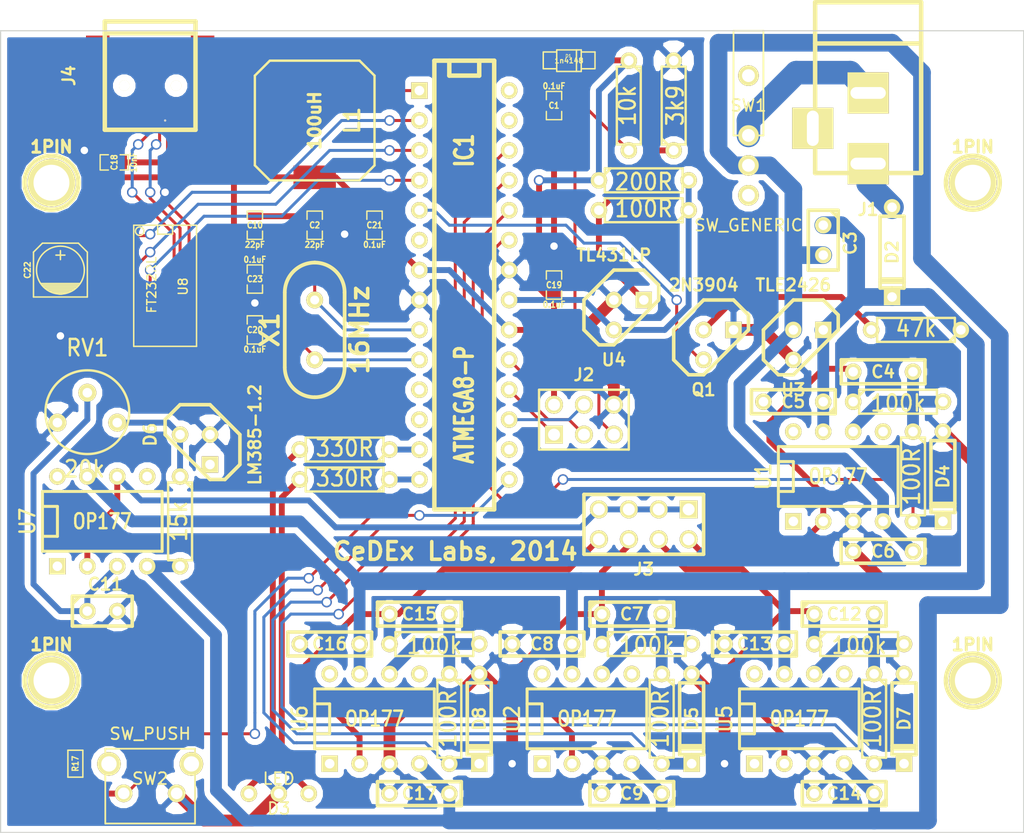
<source format=kicad_pcb>
(kicad_pcb (version 3) (host pcbnew "(2013-07-07 BZR 4022)-stable")
  (title_block (title "SCMD - 2") (rev 0.1) (company "CeDEx Labs"))
  (layers (15 F.Cu signal) (0 B.Cu signal) (18 B.Paste user) (19 F.Paste user) (20 B.SilkS user) (21 F.SilkS user) (22 B.Mask user) (23 F.Mask user) (28 Edge.Cuts user))
  (net 0 "")
  (net 1 +5V)
  (net 2 /A-PWR)
  (net 3 /AREF)
  (net 4 /CH-A)
  (net 5 /CH-B)
  (net 6 /CH-C)
  (net 7 /CH-D)
  (net 8 /DSR)
  (net 9 /LED-G)
  (net 10 /LED-R)
  (net 11 /MISO)
  (net 12 /MOSI)
  (net 13 /RESET)
  (net 14 /RXD)
  (net 15 /SC1)
  (net 16 /SC2)
  (net 17 /SC3)
  (net 18 /SC4)
  (net 19 /SCK)
  (net 20 /TXD)
  (net 21 /XTAL1)
  (net 22 /XTAL2)
  (net 23 GND)
  (net 24 N-000001)
  (net 25 N-0000011)
  (net 26 N-0000027)
  (net 27 N-000003)
  (net 28 N-0000031)
  (net 29 N-0000041)
  (net 30 N-0000042)
  (net 31 N-0000043)
  (net 32 N-0000044)
  (net 33 N-0000051)
  (net 34 N-0000053)
  (net 35 N-0000056)
  (net 36 N-0000059)
  (net 37 N-0000060)
  (net 38 N-0000061)
  (net 39 N-0000062)
  (net 40 N-0000063)
  (net 41 N-0000064)
  (net 42 VDD)
  (net 43 VEE)
  (module TO92 (layer F.Cu) (at 81.28 54.61)
    (fp_text reference U4 (at -1.27 3.81) (layer F.SilkS) (effects (font (size 1.016 1.016) (thickness 0.2032))))
    (fp_text value TL431LP (at -1.27 -5.08) (layer F.SilkS) (effects (font (size 1.016 1.016) (thickness 0.2032))))
    (pad 1 thru_hole rect (at 1.27 -1.27) (size 1.397 1.397) (drill 0.8128) (layers *.Cu *.Mask F.SilkS) (net 32 N-0000044))
    (pad 2 thru_hole circle (at -1.27 -1.27) (size 1.397 1.397) (drill 0.8128) (layers *.Cu *.Mask F.SilkS) (net 23 GND))
    (pad 3 thru_hole circle (at -1.27 1.27) (size 1.397 1.397) (drill 0.8128) (layers *.Cu *.Mask F.SilkS) (net 3 /AREF))
  )
  (module TO92 (layer F.Cu) (at 96.52 57.15)
    (fp_text reference U3 (at -1.27 3.81) (layer F.SilkS) (effects (font (size 1.016 1.016) (thickness 0.2032))))
    (fp_text value TLE2426 (at -1.27 -5.08) (layer F.SilkS) (effects (font (size 1.016 1.016) (thickness 0.2032))))
    (pad 1 thru_hole rect (at 1.27 -1.27) (size 1.397 1.397) (drill 0.8128) (layers *.Cu *.Mask F.SilkS) (net 42 VDD))
    (pad 2 thru_hole circle (at -1.27 -1.27) (size 1.397 1.397) (drill 0.8128) (layers *.Cu *.Mask F.SilkS) (net 43 VEE))
    (pad 3 thru_hole circle (at -1.27 1.27) (size 1.397 1.397) (drill 0.8128) (layers *.Cu *.Mask F.SilkS) (net 23 GND))
  )
  (module TO92 (layer F.Cu) (at 88.9 57.15)
    (fp_text reference Q1 (at -1.27 3.81) (layer F.SilkS) (effects (font (size 1.016 1.016) (thickness 0.2032))))
    (fp_text value 2N3904 (at -1.27 -5.08) (layer F.SilkS) (effects (font (size 1.016 1.016) (thickness 0.2032))))
    (pad 1 thru_hole rect (at 1.27 -1.27) (size 1.397 1.397) (drill 0.8128) (layers *.Cu *.Mask F.SilkS) (net 23 GND))
    (pad 2 thru_hole circle (at -1.27 -1.27) (size 1.397 1.397) (drill 0.8128) (layers *.Cu *.Mask F.SilkS) (net 41 N-0000064))
    (pad 3 thru_hole circle (at -1.27 1.27) (size 1.397 1.397) (drill 0.8128) (layers *.Cu *.Mask F.SilkS) (net 2 /A-PWR))
  )
  (module SW_M7RE (layer F.Cu) (at 91.44 39.37 180)
    (fp_text reference SW1 (at 0 2.54 180) (layer F.SilkS))
    (fp_text value SW_GENERIC (at 0 -7.62 180) (layer F.SilkS))
    (pad 1 thru_hole circle (at 0 0 180) (size 1.75 1.75) (drill 1.09) (layers *.Cu *.Mask F.SilkS) (net 28 N-0000031))
    (pad "" thru_hole circle (at 0 5.08 180) (size 1.75 1.75) (drill 1.09) (layers *.Cu *.Mask F.SilkS))
    (pad 2 thru_hole circle (at 0 -2.54 180) (size 1.75 1.75) (drill 1.09) (layers *.Cu *.Mask F.SilkS) (net 43 VEE))
    (pad 3 thru_hole circle (at 0 -5.08 180) (size 1.75 1.75) (drill 1.09) (layers *.Cu *.Mask F.SilkS))
  )
  (module SSOP28 (layer F.Cu) (at 41.91 52.07 270)
    (fp_text reference U8 (at 0.127 -1.524 270) (layer F.SilkS) (effects (font (size 0.762 0.762) (thickness 0.127))))
    (fp_text value FT232RL (at 0 1.143 270) (layer F.SilkS) (effects (font (size 0.762 0.762) (thickness 0.127))))
    (pad 1 smd rect (at -4.191 3.556 270) (size 0.4064 1.27) (layers F.Cu F.Paste F.Mask) (net 14 /RXD))
    (pad 2 smd rect (at -3.556 3.556 270) (size 0.4064 1.27) (layers F.Cu F.Paste F.Mask))
    (pad 3 smd rect (at -2.8956 3.556 270) (size 0.4064 1.27) (layers F.Cu F.Paste F.Mask))
    (pad 4 smd rect (at -2.2352 3.556 270) (size 0.4064 1.27) (layers F.Cu F.Paste F.Mask) (net 1 +5V))
    (pad 5 smd rect (at -1.6002 3.556 270) (size 0.4064 1.27) (layers F.Cu F.Paste F.Mask) (net 20 /TXD))
    (pad 6 smd rect (at -0.9398 3.556 270) (size 0.4064 1.27) (layers F.Cu F.Paste F.Mask))
    (pad 7 smd rect (at -0.2794 3.556 270) (size 0.4064 1.27) (layers F.Cu F.Paste F.Mask) (net 23 GND))
    (pad 8 smd rect (at 0.3556 3.556 270) (size 0.4064 1.27) (layers F.Cu F.Paste F.Mask))
    (pad 9 smd rect (at 1.016 3.556 270) (size 0.4064 1.27) (layers F.Cu F.Paste F.Mask) (net 8 /DSR))
    (pad 10 smd rect (at 1.651 3.556 270) (size 0.4064 1.27) (layers F.Cu F.Paste F.Mask))
    (pad 11 smd rect (at 2.3114 3.556 270) (size 0.4064 1.27) (layers F.Cu F.Paste F.Mask))
    (pad 12 smd rect (at 2.9718 3.556 270) (size 0.4064 1.27) (layers F.Cu F.Paste F.Mask))
    (pad 13 smd rect (at 3.6068 3.556 270) (size 0.4064 1.27) (layers F.Cu F.Paste F.Mask))
    (pad 14 smd rect (at 4.2672 3.556 270) (size 0.4064 1.27) (layers F.Cu F.Paste F.Mask))
    (pad 15 smd rect (at 4.2672 -3.556 270) (size 0.4064 1.27) (layers F.Cu F.Paste F.Mask) (net 31 N-0000043))
    (pad 16 smd rect (at 3.6068 -3.556 270) (size 0.4064 1.27) (layers F.Cu F.Paste F.Mask) (net 30 N-0000042))
    (pad 17 smd rect (at 2.9972 -3.556 270) (size 0.4064 1.27) (layers F.Cu F.Paste F.Mask) (net 26 N-0000027))
    (pad 18 smd rect (at 2.3114 -3.556 270) (size 0.4064 1.27) (layers F.Cu F.Paste F.Mask) (net 23 GND))
    (pad 19 smd rect (at 1.651 -3.556 270) (size 0.4064 1.27) (layers F.Cu F.Paste F.Mask))
    (pad 20 smd rect (at 1.016 -3.556 270) (size 0.4064 1.27) (layers F.Cu F.Paste F.Mask) (net 1 +5V))
    (pad 21 smd rect (at 0.3556 -3.556 270) (size 0.4064 1.27) (layers F.Cu F.Paste F.Mask) (net 23 GND))
    (pad 22 smd rect (at -0.2794 -3.556 270) (size 0.4064 1.27) (layers F.Cu F.Paste F.Mask))
    (pad 23 smd rect (at -0.9398 -3.556 270) (size 0.4064 1.27) (layers F.Cu F.Paste F.Mask))
    (pad 24 smd rect (at -1.6002 -3.556 270) (size 0.4064 1.27) (layers F.Cu F.Paste F.Mask))
    (pad 25 smd rect (at -2.2352 -3.556 270) (size 0.4064 1.27) (layers F.Cu F.Paste F.Mask) (net 23 GND))
    (pad 26 smd rect (at -2.8956 -3.556 270) (size 0.4064 1.27) (layers F.Cu F.Paste F.Mask) (net 23 GND))
    (pad 27 smd rect (at -3.556 -3.556 270) (size 0.4064 1.27) (layers F.Cu F.Paste F.Mask))
    (pad 28 smd rect (at -4.191 -3.556 270) (size 0.4064 1.27) (layers F.Cu F.Paste F.Mask))
  )
  (module SM0603_Capa (layer F.Cu) (at 37.592 41.656 180)
    (fp_text reference C18 (at 0 0 270) (layer F.SilkS) (effects (font (size 0.508 0.4572) (thickness 0.1143))))
    (fp_text value 10nF (at -1.651 0 270) (layer F.SilkS) (effects (font (size 0.508 0.4572) (thickness 0.1143))))
    (pad 1 smd rect (at -0.762 0 180) (size 0.635 1.143) (layers F.Cu F.Paste F.Mask) (net 29 N-0000041))
    (pad 2 smd rect (at 0.762 0 180) (size 0.635 1.143) (layers F.Cu F.Paste F.Mask) (net 23 GND))
  )
  (module SM0603_Capa (layer F.Cu) (at 49.53 46.99 90)
    (fp_text reference C10 (at 0 0 180) (layer F.SilkS) (effects (font (size 0.508 0.4572) (thickness 0.1143))))
    (fp_text value 22pF (at -1.651 0 180) (layer F.SilkS) (effects (font (size 0.508 0.4572) (thickness 0.1143))))
    (pad 1 smd rect (at -0.762 0 90) (size 0.635 1.143) (layers F.Cu F.Paste F.Mask) (net 22 /XTAL2))
    (pad 2 smd rect (at 0.762 0 90) (size 0.635 1.143) (layers F.Cu F.Paste F.Mask) (net 23 GND))
  )
  (module SM0603_Capa (layer F.Cu) (at 74.93 52.07 90)
    (fp_text reference C19 (at 0 0 180) (layer F.SilkS) (effects (font (size 0.508 0.4572) (thickness 0.1143))))
    (fp_text value 0.1uF (at -1.651 0 180) (layer F.SilkS) (effects (font (size 0.508 0.4572) (thickness 0.1143))))
    (pad 1 smd rect (at -0.762 0 90) (size 0.635 1.143) (layers F.Cu F.Paste F.Mask) (net 1 +5V))
    (pad 2 smd rect (at 0.762 0 90) (size 0.635 1.143) (layers F.Cu F.Paste F.Mask) (net 23 GND))
  )
  (module SM0603_Capa (layer F.Cu) (at 49.53 51.562 270)
    (fp_text reference C23 (at 0 0 360) (layer F.SilkS) (effects (font (size 0.508 0.4572) (thickness 0.1143))))
    (fp_text value 0.1uF (at -1.651 0 360) (layer F.SilkS) (effects (font (size 0.508 0.4572) (thickness 0.1143))))
    (pad 1 smd rect (at -0.762 0 270) (size 0.635 1.143) (layers F.Cu F.Paste F.Mask) (net 1 +5V))
    (pad 2 smd rect (at 0.762 0 270) (size 0.635 1.143) (layers F.Cu F.Paste F.Mask) (net 23 GND))
  )
  (module SM0603_Capa (layer F.Cu) (at 74.93 36.83 270)
    (fp_text reference C1 (at 0 0 360) (layer F.SilkS) (effects (font (size 0.508 0.4572) (thickness 0.1143))))
    (fp_text value 0.1uF (at -1.651 0 360) (layer F.SilkS) (effects (font (size 0.508 0.4572) (thickness 0.1143))))
    (pad 1 smd rect (at -0.762 0 270) (size 0.635 1.143) (layers F.Cu F.Paste F.Mask) (net 13 /RESET))
    (pad 2 smd rect (at 0.762 0 270) (size 0.635 1.143) (layers F.Cu F.Paste F.Mask) (net 23 GND))
  )
  (module SM0603_Capa (layer F.Cu) (at 49.53 55.88 90)
    (fp_text reference C20 (at 0 0 180) (layer F.SilkS) (effects (font (size 0.508 0.4572) (thickness 0.1143))))
    (fp_text value 0.1uF (at -1.651 0 180) (layer F.SilkS) (effects (font (size 0.508 0.4572) (thickness 0.1143))))
    (pad 1 smd rect (at -0.762 0 90) (size 0.635 1.143) (layers F.Cu F.Paste F.Mask) (net 26 N-0000027))
    (pad 2 smd rect (at 0.762 0 90) (size 0.635 1.143) (layers F.Cu F.Paste F.Mask) (net 23 GND))
  )
  (module SM0603_Capa (layer F.Cu) (at 59.69 46.99 90)
    (fp_text reference C21 (at 0 0 180) (layer F.SilkS) (effects (font (size 0.508 0.4572) (thickness 0.1143))))
    (fp_text value 0.1uF (at -1.651 0 180) (layer F.SilkS) (effects (font (size 0.508 0.4572) (thickness 0.1143))))
    (pad 1 smd rect (at -0.762 0 90) (size 0.635 1.143) (layers F.Cu F.Paste F.Mask) (net 23 GND))
    (pad 2 smd rect (at 0.762 0 90) (size 0.635 1.143) (layers F.Cu F.Paste F.Mask) (net 1 +5V))
  )
  (module SM0603 (layer F.Cu) (at 34.29 92.71 90)
    (fp_text reference R17 (at 0 0 90) (layer F.SilkS) (effects (font (size 0.508 0.4572) (thickness 0.1143))))
    (fp_text value 10k hide)
    (pad 1 smd rect (at -0.762 0 90) (size 0.635 1.143) (layers F.Cu F.Paste F.Mask) (net 36 N-0000059))
    (pad 2 smd rect (at 0.762 0 90) (size 0.635 1.143) (layers F.Cu F.Paste F.Mask) (net 1 +5V))
  )
  (module self_cms_we-tpc_XL (layer F.Cu) (at 54.61 38.1 270)
    (fp_text reference L1 (at 0 -3.175 270) (layer F.SilkS) (effects (font (size 1.27 1.27) (thickness 0.254))))
    (fp_text value 100uH (at 0 0 270) (layer F.SilkS) (effects (font (size 1.016 1.016) (thickness 0.254))))
    (fp_text user "" (at 0 0 270) (layer F.SilkS) (effects (font (size 1.016 1.016) (thickness 0.254))))
    (fp_text user "" (at 0 0 270) (layer F.SilkS) (effects (font (size 1.016 1.016) (thickness 0.254))))
    (pad 1 smd rect (at -4.826 0 270) (size 1.99898 3.59918) (layers F.Cu F.Paste F.Mask) (net 29 N-0000041))
    (pad 2 smd rect (at 4.826 0 270) (size 1.99898 3.59918) (layers F.Cu F.Paste F.Mask) (net 1 +5V))
  )
  (module RV2 (layer F.Cu) (at 35.306 62.484)
    (fp_text reference RV1 (at 0 -5.08) (layer F.SilkS) (effects (font (size 1.397 1.27) (thickness 0.2032))))
    (fp_text value 20k (at -0.254 5.207) (layer F.SilkS) (effects (font (size 1.397 1.27) (thickness 0.2032))))
    (pad 1 thru_hole circle (at -2.54 1.27) (size 1.524 1.524) (drill 0.8128) (layers *.Cu *.Mask F.SilkS) (net 23 GND))
    (pad 2 thru_hole circle (at 0 -1.27) (size 1.524 1.524) (drill 0.8128) (layers *.Cu *.Mask F.SilkS) (net 39 N-0000062))
    (pad 3 thru_hole circle (at 2.54 1.27) (size 1.524 1.524) (drill 0.8128) (layers *.Cu *.Mask F.SilkS) (net 40 N-0000063))
  )
  (module R3 (layer F.Cu) (at 64.77 82.55)
    (fp_text reference R14 hide)
    (fp_text value 100k (at 0 0.127) (layer F.SilkS) (effects (font (size 1.397 1.27) (thickness 0.2032))))
    (pad 1 thru_hole circle (at -3.81 0) (size 1.397 1.397) (drill 0.8128) (layers *.Cu *.Mask F.SilkS) (net 18 /SC4))
    (pad 2 thru_hole circle (at 3.81 0) (size 1.397 1.397) (drill 0.8128) (layers *.Cu *.Mask F.SilkS) (net 27 N-000003))
  )
  (module R3 (layer F.Cu) (at 66.04 88.9 270)
    (fp_text reference R16 hide)
    (fp_text value 100R (at 0 0.127 270) (layer F.SilkS) (effects (font (size 1.397 1.27) (thickness 0.2032))))
    (pad 1 thru_hole circle (at -3.81 0 270) (size 1.397 1.397) (drill 0.8128) (layers *.Cu *.Mask F.SilkS) (net 27 N-000003))
    (pad 2 thru_hole circle (at 3.81 0 270) (size 1.397 1.397) (drill 0.8128) (layers *.Cu *.Mask F.SilkS) (net 7 /CH-D))
  )
  (module R3 (layer F.Cu) (at 105.41 68.326 270)
    (fp_text reference R5 hide)
    (fp_text value 100R (at 0 0.127 270) (layer F.SilkS) (effects (font (size 1.397 1.27) (thickness 0.2032))))
    (pad 1 thru_hole circle (at -3.81 0 270) (size 1.397 1.397) (drill 0.8128) (layers *.Cu *.Mask F.SilkS) (net 25 N-0000011))
    (pad 2 thru_hole circle (at 3.81 0 270) (size 1.397 1.397) (drill 0.8128) (layers *.Cu *.Mask F.SilkS) (net 4 /CH-A))
  )
  (module R3 (layer F.Cu) (at 100.838 82.55)
    (fp_text reference R13 hide)
    (fp_text value 100k (at 0 0.127) (layer F.SilkS) (effects (font (size 1.397 1.27) (thickness 0.2032))))
    (pad 1 thru_hole circle (at -3.81 0) (size 1.397 1.397) (drill 0.8128) (layers *.Cu *.Mask F.SilkS) (net 16 /SC2))
    (pad 2 thru_hole circle (at 3.81 0) (size 1.397 1.397) (drill 0.8128) (layers *.Cu *.Mask F.SilkS) (net 24 N-000001))
  )
  (module R3 (layer F.Cu) (at 104.14 61.976)
    (fp_text reference R2 hide)
    (fp_text value 100k (at 0 0.127) (layer F.SilkS) (effects (font (size 1.397 1.27) (thickness 0.2032))))
    (pad 1 thru_hole circle (at -3.81 0) (size 1.397 1.397) (drill 0.8128) (layers *.Cu *.Mask F.SilkS) (net 15 /SC1))
    (pad 2 thru_hole circle (at 3.81 0) (size 1.397 1.397) (drill 0.8128) (layers *.Cu *.Mask F.SilkS) (net 25 N-0000011))
  )
  (module R3 (layer F.Cu) (at 102.108 88.9 270)
    (fp_text reference R15 hide)
    (fp_text value 100R (at 0 0.127 270) (layer F.SilkS) (effects (font (size 1.397 1.27) (thickness 0.2032))))
    (pad 1 thru_hole circle (at -3.81 0 270) (size 1.397 1.397) (drill 0.8128) (layers *.Cu *.Mask F.SilkS) (net 24 N-000001))
    (pad 2 thru_hole circle (at 3.81 0 270) (size 1.397 1.397) (drill 0.8128) (layers *.Cu *.Mask F.SilkS) (net 5 /CH-B))
  )
  (module R3 (layer F.Cu) (at 84.074 88.9 270)
    (fp_text reference R6 hide)
    (fp_text value 100R (at 0 0.127 270) (layer F.SilkS) (effects (font (size 1.397 1.27) (thickness 0.2032))))
    (pad 1 thru_hole circle (at -3.81 0 270) (size 1.397 1.397) (drill 0.8128) (layers *.Cu *.Mask F.SilkS) (net 38 N-0000061))
    (pad 2 thru_hole circle (at 3.81 0 270) (size 1.397 1.397) (drill 0.8128) (layers *.Cu *.Mask F.SilkS) (net 6 /CH-C))
  )
  (module R3 (layer F.Cu) (at 82.804 82.55)
    (fp_text reference R3 hide)
    (fp_text value 100k (at 0 0.127) (layer F.SilkS) (effects (font (size 1.397 1.27) (thickness 0.2032))))
    (pad 1 thru_hole circle (at -3.81 0) (size 1.397 1.397) (drill 0.8128) (layers *.Cu *.Mask F.SilkS) (net 17 /SC3))
    (pad 2 thru_hole circle (at 3.81 0) (size 1.397 1.397) (drill 0.8128) (layers *.Cu *.Mask F.SilkS) (net 38 N-0000061))
  )
  (module R3 (layer F.Cu) (at 82.55 43.18)
    (fp_text reference R9 hide)
    (fp_text value 200R (at 0 0.127) (layer F.SilkS) (effects (font (size 1.397 1.27) (thickness 0.2032))))
    (pad 1 thru_hole circle (at -3.81 0) (size 1.397 1.397) (drill 0.8128) (layers *.Cu *.Mask F.SilkS) (net 1 +5V))
    (pad 2 thru_hole circle (at 3.81 0) (size 1.397 1.397) (drill 0.8128) (layers *.Cu *.Mask F.SilkS) (net 3 /AREF))
  )
  (module R3 (layer F.Cu) (at 81.28 36.83 270)
    (fp_text reference R1 hide)
    (fp_text value 10k (at 0 0.127 270) (layer F.SilkS) (effects (font (size 1.397 1.27) (thickness 0.2032))))
    (pad 1 thru_hole circle (at -3.81 0 270) (size 1.397 1.397) (drill 0.8128) (layers *.Cu *.Mask F.SilkS) (net 1 +5V))
    (pad 2 thru_hole circle (at 3.81 0 270) (size 1.397 1.397) (drill 0.8128) (layers *.Cu *.Mask F.SilkS) (net 13 /RESET))
  )
  (module R3 (layer F.Cu) (at 57.15 68.58 180)
    (fp_text reference R7 hide)
    (fp_text value 330R (at 0 0.127 180) (layer F.SilkS) (effects (font (size 1.397 1.27) (thickness 0.2032))))
    (pad 1 thru_hole circle (at -3.81 0 180) (size 1.397 1.397) (drill 0.8128) (layers *.Cu *.Mask F.SilkS) (net 9 /LED-G))
    (pad 2 thru_hole circle (at 3.81 0 180) (size 1.397 1.397) (drill 0.8128) (layers *.Cu *.Mask F.SilkS) (net 33 N-0000051))
  )
  (module R3 (layer F.Cu) (at 57.15 66.04 180)
    (fp_text reference R8 hide)
    (fp_text value 330R (at 0 0.127 180) (layer F.SilkS) (effects (font (size 1.397 1.27) (thickness 0.2032))))
    (pad 1 thru_hole circle (at -3.81 0 180) (size 1.397 1.397) (drill 0.8128) (layers *.Cu *.Mask F.SilkS) (net 10 /LED-R))
    (pad 2 thru_hole circle (at 3.81 0 180) (size 1.397 1.397) (drill 0.8128) (layers *.Cu *.Mask F.SilkS) (net 34 N-0000053))
  )
  (module R3 (layer F.Cu) (at 82.55 45.72 180)
    (fp_text reference R11 hide)
    (fp_text value 100R (at 0 0.127 180) (layer F.SilkS) (effects (font (size 1.397 1.27) (thickness 0.2032))))
    (pad 1 thru_hole circle (at -3.81 0 180) (size 1.397 1.397) (drill 0.8128) (layers *.Cu *.Mask F.SilkS) (net 3 /AREF))
    (pad 2 thru_hole circle (at 3.81 0 180) (size 1.397 1.397) (drill 0.8128) (layers *.Cu *.Mask F.SilkS) (net 32 N-0000044))
  )
  (module R3 (layer F.Cu) (at 85.09 36.83 90)
    (fp_text reference R12 hide)
    (fp_text value 3k9 (at 0 0.127 90) (layer F.SilkS) (effects (font (size 1.397 1.27) (thickness 0.2032))))
    (pad 1 thru_hole circle (at -3.81 0 90) (size 1.397 1.397) (drill 0.8128) (layers *.Cu *.Mask F.SilkS) (net 32 N-0000044))
    (pad 2 thru_hole circle (at 3.81 0 90) (size 1.397 1.397) (drill 0.8128) (layers *.Cu *.Mask F.SilkS) (net 23 GND))
  )
  (module R3 (layer F.Cu) (at 105.664 55.88 180)
    (fp_text reference R4 hide)
    (fp_text value 47k (at 0 0.127 180) (layer F.SilkS) (effects (font (size 1.397 1.27) (thickness 0.2032))))
    (pad 1 thru_hole circle (at -3.81 0 180) (size 1.397 1.397) (drill 0.8128) (layers *.Cu *.Mask F.SilkS) (net 42 VDD))
    (pad 2 thru_hole circle (at 3.81 0 180) (size 1.397 1.397) (drill 0.8128) (layers *.Cu *.Mask F.SilkS) (net 41 N-0000064))
  )
  (module R3 (layer F.Cu) (at 43.18 72.136 270)
    (fp_text reference R10 hide)
    (fp_text value 15k (at 0 0.127 270) (layer F.SilkS) (effects (font (size 1.397 1.27) (thickness 0.2032))))
    (pad 1 thru_hole circle (at -3.81 0 270) (size 1.397 1.397) (drill 0.8128) (layers *.Cu *.Mask F.SilkS) (net 40 N-0000063))
    (pad 2 thru_hole circle (at 3.81 0 270) (size 1.397 1.397) (drill 0.8128) (layers *.Cu *.Mask F.SilkS) (net 43 VEE))
  )
  (module pushbutton_side (layer F.Cu) (at 40.64 93.98)
    (fp_text reference SW2 (at 0 0) (layer F.SilkS))
    (fp_text value SW_PUSH (at 0 -3.81) (layer F.SilkS))
    (pad "" thru_hole circle (at -3.5 -1.25) (size 2 2) (drill 1.3) (layers *.Cu *.Mask F.SilkS))
    (pad "" thru_hole circle (at 3.5 -1.25) (size 2 2) (drill 1.3) (layers *.Cu *.Mask F.SilkS))
    (pad 2 thru_hole circle (at 2.25 1.25) (size 1.5 1.5) (drill 0.99) (layers *.Cu *.Mask F.SilkS) (net 23 GND))
    (pad 1 thru_hole circle (at -2.25 1.25) (size 1.5 1.5) (drill 0.99) (layers *.Cu *.Mask F.SilkS) (net 36 N-0000059))
  )
  (module pin_array_4x2 (layer F.Cu) (at 82.55 72.39 180)
    (fp_text reference J3 (at 0 -3.81 180) (layer F.SilkS) (effects (font (size 1.016 1.016) (thickness 0.2032))))
    (fp_text value SKIN_EL hide)
    (pad 1 thru_hole rect (at -3.81 1.27 180) (size 1.524 1.524) (drill 1.016) (layers *.Cu *.Mask F.SilkS) (net 37 N-0000060))
    (pad 2 thru_hole circle (at -3.81 -1.27 180) (size 1.524 1.524) (drill 1.016) (layers *.Cu *.Mask F.SilkS) (net 15 /SC1))
    (pad 3 thru_hole circle (at -1.27 1.27 180) (size 1.524 1.524) (drill 1.016) (layers *.Cu *.Mask F.SilkS) (net 37 N-0000060))
    (pad 4 thru_hole circle (at -1.27 -1.27 180) (size 1.524 1.524) (drill 1.016) (layers *.Cu *.Mask F.SilkS) (net 16 /SC2))
    (pad 5 thru_hole circle (at 1.27 1.27 180) (size 1.524 1.524) (drill 1.016) (layers *.Cu *.Mask F.SilkS) (net 37 N-0000060))
    (pad 6 thru_hole circle (at 1.27 -1.27 180) (size 1.524 1.524) (drill 1.016) (layers *.Cu *.Mask F.SilkS) (net 17 /SC3))
    (pad 7 thru_hole circle (at 3.81 1.27 180) (size 1.524 1.524) (drill 1.016) (layers *.Cu *.Mask F.SilkS) (net 37 N-0000060))
    (pad 8 thru_hole circle (at 3.81 -1.27 180) (size 1.524 1.524) (drill 1.016) (layers *.Cu *.Mask F.SilkS) (net 18 /SC4))
  )
  (module pin_array_3x2 (layer F.Cu) (at 77.47 63.5)
    (fp_text reference J2 (at 0 -3.81) (layer F.SilkS) (effects (font (size 1.016 1.016) (thickness 0.2032))))
    (fp_text value ICSP hide)
    (pad 1 thru_hole rect (at -2.54 1.27) (size 1.524 1.524) (drill 1.016) (layers *.Cu *.Mask F.SilkS) (net 11 /MISO))
    (pad 2 thru_hole circle (at -2.54 -1.27) (size 1.524 1.524) (drill 1.016) (layers *.Cu *.Mask F.SilkS) (net 1 +5V))
    (pad 3 thru_hole circle (at 0 1.27) (size 1.524 1.524) (drill 1.016) (layers *.Cu *.Mask F.SilkS) (net 19 /SCK))
    (pad 4 thru_hole circle (at 0 -1.27) (size 1.524 1.524) (drill 1.016) (layers *.Cu *.Mask F.SilkS) (net 12 /MOSI))
    (pad 5 thru_hole circle (at 2.54 1.27) (size 1.524 1.524) (drill 1.016) (layers *.Cu *.Mask F.SilkS) (net 13 /RESET))
    (pad 6 thru_hole circle (at 2.54 -1.27) (size 1.524 1.524) (drill 1.016) (layers *.Cu *.Mask F.SilkS) (net 23 GND))
  )
  (module HC-49V (layer F.Cu) (at 54.61 55.88 90)
    (fp_text reference X1 (at 0 -3.81 90) (layer F.SilkS) (effects (font (size 1.524 1.524) (thickness 0.3048))))
    (fp_text value 16MHz (at 0 3.81 90) (layer F.SilkS) (effects (font (size 1.524 1.524) (thickness 0.3048))))
    (pad 1 thru_hole circle (at -2.54 0 90) (size 1.4224 1.4224) (drill 0.762) (layers *.Cu *.Mask F.SilkS) (net 22 /XTAL2))
    (pad 2 thru_hole circle (at 2.54 0 90) (size 1.4224 1.4224) (drill 0.762) (layers *.Cu *.Mask F.SilkS) (net 21 /XTAL1))
  )
  (module DIP-8__300 (layer F.Cu) (at 95.758 88.9)
    (fp_text reference U5 (at -6.35 0 90) (layer F.SilkS) (effects (font (size 1.27 1.143) (thickness 0.2032))))
    (fp_text value OP177 (at 0 0) (layer F.SilkS) (effects (font (size 1.27 1.016) (thickness 0.2032))))
    (pad 1 thru_hole rect (at -3.81 3.81) (size 1.397 1.397) (drill 0.8128) (layers *.Cu *.Mask F.SilkS))
    (pad 2 thru_hole circle (at -1.27 3.81) (size 1.397 1.397) (drill 0.8128) (layers *.Cu *.Mask F.SilkS) (net 16 /SC2))
    (pad 3 thru_hole circle (at 1.27 3.81) (size 1.397 1.397) (drill 0.8128) (layers *.Cu *.Mask F.SilkS) (net 23 GND))
    (pad 4 thru_hole circle (at 3.81 3.81) (size 1.397 1.397) (drill 0.8128) (layers *.Cu *.Mask F.SilkS) (net 43 VEE))
    (pad 5 thru_hole circle (at 3.81 -3.81) (size 1.397 1.397) (drill 0.8128) (layers *.Cu *.Mask F.SilkS))
    (pad 6 thru_hole circle (at 1.27 -3.81) (size 1.397 1.397) (drill 0.8128) (layers *.Cu *.Mask F.SilkS) (net 24 N-000001))
    (pad 7 thru_hole circle (at -1.27 -3.81) (size 1.397 1.397) (drill 0.8128) (layers *.Cu *.Mask F.SilkS) (net 42 VDD))
    (pad 8 thru_hole circle (at -3.81 -3.81) (size 1.397 1.397) (drill 0.8128) (layers *.Cu *.Mask F.SilkS))
  )
  (module DIP-8__300 (layer F.Cu) (at 36.576 72.136)
    (fp_text reference U7 (at -6.35 0 90) (layer F.SilkS) (effects (font (size 1.27 1.143) (thickness 0.2032))))
    (fp_text value OP177 (at 0 0) (layer F.SilkS) (effects (font (size 1.27 1.016) (thickness 0.2032))))
    (pad 1 thru_hole rect (at -3.81 3.81) (size 1.397 1.397) (drill 0.8128) (layers *.Cu *.Mask F.SilkS))
    (pad 2 thru_hole circle (at -1.27 3.81) (size 1.397 1.397) (drill 0.8128) (layers *.Cu *.Mask F.SilkS) (net 37 N-0000060))
    (pad 3 thru_hole circle (at 1.27 3.81) (size 1.397 1.397) (drill 0.8128) (layers *.Cu *.Mask F.SilkS) (net 39 N-0000062))
    (pad 4 thru_hole circle (at 3.81 3.81) (size 1.397 1.397) (drill 0.8128) (layers *.Cu *.Mask F.SilkS) (net 43 VEE))
    (pad 5 thru_hole circle (at 3.81 -3.81) (size 1.397 1.397) (drill 0.8128) (layers *.Cu *.Mask F.SilkS))
    (pad 6 thru_hole circle (at 1.27 -3.81) (size 1.397 1.397) (drill 0.8128) (layers *.Cu *.Mask F.SilkS) (net 37 N-0000060))
    (pad 7 thru_hole circle (at -1.27 -3.81) (size 1.397 1.397) (drill 0.8128) (layers *.Cu *.Mask F.SilkS) (net 42 VDD))
    (pad 8 thru_hole circle (at -3.81 -3.81) (size 1.397 1.397) (drill 0.8128) (layers *.Cu *.Mask F.SilkS))
  )
  (module DIP-8__300 (layer F.Cu) (at 77.724 88.9)
    (fp_text reference U2 (at -6.35 0 90) (layer F.SilkS) (effects (font (size 1.27 1.143) (thickness 0.2032))))
    (fp_text value OP177 (at 0 0) (layer F.SilkS) (effects (font (size 1.27 1.016) (thickness 0.2032))))
    (pad 1 thru_hole rect (at -3.81 3.81) (size 1.397 1.397) (drill 0.8128) (layers *.Cu *.Mask F.SilkS))
    (pad 2 thru_hole circle (at -1.27 3.81) (size 1.397 1.397) (drill 0.8128) (layers *.Cu *.Mask F.SilkS) (net 17 /SC3))
    (pad 3 thru_hole circle (at 1.27 3.81) (size 1.397 1.397) (drill 0.8128) (layers *.Cu *.Mask F.SilkS) (net 23 GND))
    (pad 4 thru_hole circle (at 3.81 3.81) (size 1.397 1.397) (drill 0.8128) (layers *.Cu *.Mask F.SilkS) (net 43 VEE))
    (pad 5 thru_hole circle (at 3.81 -3.81) (size 1.397 1.397) (drill 0.8128) (layers *.Cu *.Mask F.SilkS))
    (pad 6 thru_hole circle (at 1.27 -3.81) (size 1.397 1.397) (drill 0.8128) (layers *.Cu *.Mask F.SilkS) (net 38 N-0000061))
    (pad 7 thru_hole circle (at -1.27 -3.81) (size 1.397 1.397) (drill 0.8128) (layers *.Cu *.Mask F.SilkS) (net 42 VDD))
    (pad 8 thru_hole circle (at -3.81 -3.81) (size 1.397 1.397) (drill 0.8128) (layers *.Cu *.Mask F.SilkS))
  )
  (module DIP-8__300 (layer F.Cu) (at 59.69 88.9)
    (fp_text reference U6 (at -6.35 0 90) (layer F.SilkS) (effects (font (size 1.27 1.143) (thickness 0.2032))))
    (fp_text value OP177 (at 0 0) (layer F.SilkS) (effects (font (size 1.27 1.016) (thickness 0.2032))))
    (pad 1 thru_hole rect (at -3.81 3.81) (size 1.397 1.397) (drill 0.8128) (layers *.Cu *.Mask F.SilkS))
    (pad 2 thru_hole circle (at -1.27 3.81) (size 1.397 1.397) (drill 0.8128) (layers *.Cu *.Mask F.SilkS) (net 18 /SC4))
    (pad 3 thru_hole circle (at 1.27 3.81) (size 1.397 1.397) (drill 0.8128) (layers *.Cu *.Mask F.SilkS) (net 23 GND))
    (pad 4 thru_hole circle (at 3.81 3.81) (size 1.397 1.397) (drill 0.8128) (layers *.Cu *.Mask F.SilkS) (net 43 VEE))
    (pad 5 thru_hole circle (at 3.81 -3.81) (size 1.397 1.397) (drill 0.8128) (layers *.Cu *.Mask F.SilkS))
    (pad 6 thru_hole circle (at 1.27 -3.81) (size 1.397 1.397) (drill 0.8128) (layers *.Cu *.Mask F.SilkS) (net 27 N-000003))
    (pad 7 thru_hole circle (at -1.27 -3.81) (size 1.397 1.397) (drill 0.8128) (layers *.Cu *.Mask F.SilkS) (net 42 VDD))
    (pad 8 thru_hole circle (at -3.81 -3.81) (size 1.397 1.397) (drill 0.8128) (layers *.Cu *.Mask F.SilkS))
  )
  (module DIP-8__300 (layer F.Cu) (at 99.06 68.326)
    (fp_text reference U1 (at -6.35 0 90) (layer F.SilkS) (effects (font (size 1.27 1.143) (thickness 0.2032))))
    (fp_text value OP177 (at 0 0) (layer F.SilkS) (effects (font (size 1.27 1.016) (thickness 0.2032))))
    (pad 1 thru_hole rect (at -3.81 3.81) (size 1.397 1.397) (drill 0.8128) (layers *.Cu *.Mask F.SilkS))
    (pad 2 thru_hole circle (at -1.27 3.81) (size 1.397 1.397) (drill 0.8128) (layers *.Cu *.Mask F.SilkS) (net 15 /SC1))
    (pad 3 thru_hole circle (at 1.27 3.81) (size 1.397 1.397) (drill 0.8128) (layers *.Cu *.Mask F.SilkS) (net 23 GND))
    (pad 4 thru_hole circle (at 3.81 3.81) (size 1.397 1.397) (drill 0.8128) (layers *.Cu *.Mask F.SilkS) (net 43 VEE))
    (pad 5 thru_hole circle (at 3.81 -3.81) (size 1.397 1.397) (drill 0.8128) (layers *.Cu *.Mask F.SilkS))
    (pad 6 thru_hole circle (at 1.27 -3.81) (size 1.397 1.397) (drill 0.8128) (layers *.Cu *.Mask F.SilkS) (net 25 N-0000011))
    (pad 7 thru_hole circle (at -1.27 -3.81) (size 1.397 1.397) (drill 0.8128) (layers *.Cu *.Mask F.SilkS) (net 42 VDD))
    (pad 8 thru_hole circle (at -3.81 -3.81) (size 1.397 1.397) (drill 0.8128) (layers *.Cu *.Mask F.SilkS))
  )
  (module DIP-28__300 (layer F.Cu) (at 67.31 52.07 270)
    (fp_text reference IC1 (at -11.43 0 270) (layer F.SilkS) (effects (font (size 1.524 1.143) (thickness 0.3048))))
    (fp_text value ATMEGA8-P (at 10.16 0 270) (layer F.SilkS) (effects (font (size 1.524 1.143) (thickness 0.3048))))
    (pad 2 thru_hole circle (at -13.97 3.81 270) (size 1.397 1.397) (drill 0.8128) (layers *.Cu *.Mask F.SilkS) (net 14 /RXD))
    (pad 3 thru_hole circle (at -11.43 3.81 270) (size 1.397 1.397) (drill 0.8128) (layers *.Cu *.Mask F.SilkS) (net 20 /TXD))
    (pad 4 thru_hole circle (at -8.89 3.81 270) (size 1.397 1.397) (drill 0.8128) (layers *.Cu *.Mask F.SilkS) (net 8 /DSR))
    (pad 5 thru_hole circle (at -6.35 3.81 270) (size 1.397 1.397) (drill 0.8128) (layers *.Cu *.Mask F.SilkS) (net 2 /A-PWR))
    (pad 6 thru_hole circle (at -3.81 3.81 270) (size 1.397 1.397) (drill 0.8128) (layers *.Cu *.Mask F.SilkS))
    (pad 7 thru_hole circle (at -1.27 3.81 270) (size 1.397 1.397) (drill 0.8128) (layers *.Cu *.Mask F.SilkS) (net 1 +5V))
    (pad 8 thru_hole circle (at 1.27 3.81 270) (size 1.397 1.397) (drill 0.8128) (layers *.Cu *.Mask F.SilkS) (net 23 GND))
    (pad 9 thru_hole circle (at 3.81 3.81 270) (size 1.397 1.397) (drill 0.8128) (layers *.Cu *.Mask F.SilkS) (net 21 /XTAL1))
    (pad 10 thru_hole circle (at 6.35 3.81 270) (size 1.397 1.397) (drill 0.8128) (layers *.Cu *.Mask F.SilkS) (net 22 /XTAL2))
    (pad 11 thru_hole circle (at 8.89 3.81 270) (size 1.397 1.397) (drill 0.8128) (layers *.Cu *.Mask F.SilkS))
    (pad 12 thru_hole circle (at 11.43 3.81 270) (size 1.397 1.397) (drill 0.8128) (layers *.Cu *.Mask F.SilkS))
    (pad 13 thru_hole circle (at 13.97 3.81 270) (size 1.397 1.397) (drill 0.8128) (layers *.Cu *.Mask F.SilkS) (net 10 /LED-R))
    (pad 14 thru_hole circle (at 16.51 3.81 270) (size 1.397 1.397) (drill 0.8128) (layers *.Cu *.Mask F.SilkS) (net 9 /LED-G))
    (pad 1 thru_hole rect (at -16.51 3.81 270) (size 1.397 1.397) (drill 0.8128) (layers *.Cu *.Mask F.SilkS) (net 13 /RESET))
    (pad 15 thru_hole circle (at 16.51 -3.81 270) (size 1.397 1.397) (drill 0.8128) (layers *.Cu *.Mask F.SilkS) (net 36 N-0000059))
    (pad 16 thru_hole circle (at 13.97 -3.81 270) (size 1.397 1.397) (drill 0.8128) (layers *.Cu *.Mask F.SilkS))
    (pad 17 thru_hole circle (at 11.43 -3.81 270) (size 1.397 1.397) (drill 0.8128) (layers *.Cu *.Mask F.SilkS) (net 12 /MOSI))
    (pad 18 thru_hole circle (at 8.89 -3.81 270) (size 1.397 1.397) (drill 0.8128) (layers *.Cu *.Mask F.SilkS) (net 11 /MISO))
    (pad 19 thru_hole circle (at 6.35 -3.81 270) (size 1.397 1.397) (drill 0.8128) (layers *.Cu *.Mask F.SilkS) (net 19 /SCK))
    (pad 20 thru_hole circle (at 3.81 -3.81 270) (size 1.397 1.397) (drill 0.8128) (layers *.Cu *.Mask F.SilkS) (net 1 +5V))
    (pad 21 thru_hole circle (at 1.27 -3.81 270) (size 1.397 1.397) (drill 0.8128) (layers *.Cu *.Mask F.SilkS) (net 3 /AREF))
    (pad 22 thru_hole circle (at -1.27 -3.81 270) (size 1.397 1.397) (drill 0.8128) (layers *.Cu *.Mask F.SilkS) (net 23 GND))
    (pad 23 thru_hole circle (at -3.81 -3.81 270) (size 1.397 1.397) (drill 0.8128) (layers *.Cu *.Mask F.SilkS) (net 4 /CH-A))
    (pad 24 thru_hole circle (at -6.35 -3.81 270) (size 1.397 1.397) (drill 0.8128) (layers *.Cu *.Mask F.SilkS) (net 5 /CH-B))
    (pad 25 thru_hole circle (at -8.89 -3.81 270) (size 1.397 1.397) (drill 0.8128) (layers *.Cu *.Mask F.SilkS) (net 6 /CH-C))
    (pad 26 thru_hole circle (at -11.43 -3.81 270) (size 1.397 1.397) (drill 0.8128) (layers *.Cu *.Mask F.SilkS) (net 7 /CH-D))
    (pad 27 thru_hole circle (at -13.97 -3.81 270) (size 1.397 1.397) (drill 0.8128) (layers *.Cu *.Mask F.SilkS))
    (pad 28 thru_hole circle (at -16.51 -3.81 270) (size 1.397 1.397) (drill 0.8128) (layers *.Cu *.Mask F.SilkS))
  )
  (module D3 (layer F.Cu) (at 107.95 68.326 270)
    (fp_text reference D4 (at 0 0 270) (layer F.SilkS) (effects (font (size 1.016 1.016) (thickness 0.2032))))
    (fp_text value 1N4734A hide)
    (pad 2 thru_hole rect (at 3.81 0 270) (size 1.397 1.397) (drill 0.8128) (layers *.Cu *.Mask F.SilkS) (net 4 /CH-A))
    (pad 1 thru_hole circle (at -3.81 0 270) (size 1.397 1.397) (drill 0.8128) (layers *.Cu *.Mask F.SilkS) (net 23 GND))
  )
  (module D3 (layer F.Cu) (at 86.614 88.9 270)
    (fp_text reference D5 (at 0 0 270) (layer F.SilkS) (effects (font (size 1.016 1.016) (thickness 0.2032))))
    (fp_text value 1N4734A hide)
    (pad 2 thru_hole rect (at 3.81 0 270) (size 1.397 1.397) (drill 0.8128) (layers *.Cu *.Mask F.SilkS) (net 6 /CH-C))
    (pad 1 thru_hole circle (at -3.81 0 270) (size 1.397 1.397) (drill 0.8128) (layers *.Cu *.Mask F.SilkS) (net 23 GND))
  )
  (module D3 (layer F.Cu) (at 104.648 88.9 270)
    (fp_text reference D7 (at 0 0 270) (layer F.SilkS) (effects (font (size 1.016 1.016) (thickness 0.2032))))
    (fp_text value 1N4734A hide)
    (pad 2 thru_hole rect (at 3.81 0 270) (size 1.397 1.397) (drill 0.8128) (layers *.Cu *.Mask F.SilkS) (net 5 /CH-B))
    (pad 1 thru_hole circle (at -3.81 0 270) (size 1.397 1.397) (drill 0.8128) (layers *.Cu *.Mask F.SilkS) (net 23 GND))
  )
  (module D3 (layer F.Cu) (at 68.58 88.9 270)
    (fp_text reference D8 (at 0 0 270) (layer F.SilkS) (effects (font (size 1.016 1.016) (thickness 0.2032))))
    (fp_text value 1N4734A hide)
    (pad 2 thru_hole rect (at 3.81 0 270) (size 1.397 1.397) (drill 0.8128) (layers *.Cu *.Mask F.SilkS) (net 7 /CH-D))
    (pad 1 thru_hole circle (at -3.81 0 270) (size 1.397 1.397) (drill 0.8128) (layers *.Cu *.Mask F.SilkS) (net 23 GND))
  )
  (module c_elec_4x5.3 (layer F.Cu) (at 33.02 50.8 90)
    (fp_text reference C22 (at 0 -2.794 90) (layer F.SilkS) (effects (font (size 0.50038 0.50038) (thickness 0.11938))))
    (fp_text value 10uF hide)
    (pad 1 smd rect (at 1.80086 0 90) (size 2.60096 1.6002) (layers F.Cu F.Paste F.Mask) (net 1 +5V))
    (pad 2 smd rect (at -1.80086 0 90) (size 2.60096 1.6002) (layers F.Cu F.Paste F.Mask) (net 23 GND))
  )
  (module C2 (layer F.Cu) (at 55.88 82.55 180)
    (fp_text reference C16 (at 0 0 180) (layer F.SilkS) (effects (font (size 1.016 1.016) (thickness 0.2032))))
    (fp_text value 0.1uF hide)
    (pad 1 thru_hole circle (at -2.54 0 180) (size 1.397 1.397) (drill 0.8128) (layers *.Cu *.Mask F.SilkS) (net 42 VDD))
    (pad 2 thru_hole circle (at 2.54 0 180) (size 1.397 1.397) (drill 0.8128) (layers *.Cu *.Mask F.SilkS) (net 23 GND))
  )
  (module C2 (layer F.Cu) (at 63.5 95.25 180)
    (fp_text reference C17 (at 0 0 180) (layer F.SilkS) (effects (font (size 1.016 1.016) (thickness 0.2032))))
    (fp_text value 0.1uF hide)
    (pad 1 thru_hole circle (at -2.54 0 180) (size 1.397 1.397) (drill 0.8128) (layers *.Cu *.Mask F.SilkS) (net 43 VEE))
    (pad 2 thru_hole circle (at 2.54 0 180) (size 1.397 1.397) (drill 0.8128) (layers *.Cu *.Mask F.SilkS) (net 23 GND))
  )
  (module C2 (layer F.Cu) (at 95.25 61.976 180)
    (fp_text reference C5 (at 0 0 180) (layer F.SilkS) (effects (font (size 1.016 1.016) (thickness 0.2032))))
    (fp_text value 0.1uF hide)
    (pad 1 thru_hole circle (at -2.54 0 180) (size 1.397 1.397) (drill 0.8128) (layers *.Cu *.Mask F.SilkS) (net 42 VDD))
    (pad 2 thru_hole circle (at 2.54 0 180) (size 1.397 1.397) (drill 0.8128) (layers *.Cu *.Mask F.SilkS) (net 23 GND))
  )
  (module C2 (layer F.Cu) (at 102.87 74.676 180)
    (fp_text reference C6 (at 0 0 180) (layer F.SilkS) (effects (font (size 1.016 1.016) (thickness 0.2032))))
    (fp_text value 0.1uF hide)
    (pad 1 thru_hole circle (at -2.54 0 180) (size 1.397 1.397) (drill 0.8128) (layers *.Cu *.Mask F.SilkS) (net 43 VEE))
    (pad 2 thru_hole circle (at 2.54 0 180) (size 1.397 1.397) (drill 0.8128) (layers *.Cu *.Mask F.SilkS) (net 23 GND))
  )
  (module C2 (layer F.Cu) (at 102.87 59.436)
    (fp_text reference C4 (at 0 0) (layer F.SilkS) (effects (font (size 1.016 1.016) (thickness 0.2032))))
    (fp_text value 1.5uF hide)
    (pad 1 thru_hole circle (at -2.54 0) (size 1.397 1.397) (drill 0.8128) (layers *.Cu *.Mask F.SilkS) (net 15 /SC1))
    (pad 2 thru_hole circle (at 2.54 0) (size 1.397 1.397) (drill 0.8128) (layers *.Cu *.Mask F.SilkS) (net 25 N-0000011))
  )
  (module C2 (layer F.Cu) (at 63.5 80.01)
    (fp_text reference C15 (at 0 0) (layer F.SilkS) (effects (font (size 1.016 1.016) (thickness 0.2032))))
    (fp_text value 1.5uF hide)
    (pad 1 thru_hole circle (at -2.54 0) (size 1.397 1.397) (drill 0.8128) (layers *.Cu *.Mask F.SilkS) (net 18 /SC4))
    (pad 2 thru_hole circle (at 2.54 0) (size 1.397 1.397) (drill 0.8128) (layers *.Cu *.Mask F.SilkS) (net 27 N-000003))
  )
  (module C2 (layer F.Cu) (at 81.534 95.25 180)
    (fp_text reference C9 (at 0 0 180) (layer F.SilkS) (effects (font (size 1.016 1.016) (thickness 0.2032))))
    (fp_text value 0.1uF hide)
    (pad 1 thru_hole circle (at -2.54 0 180) (size 1.397 1.397) (drill 0.8128) (layers *.Cu *.Mask F.SilkS) (net 43 VEE))
    (pad 2 thru_hole circle (at 2.54 0 180) (size 1.397 1.397) (drill 0.8128) (layers *.Cu *.Mask F.SilkS) (net 23 GND))
  )
  (module C2 (layer F.Cu) (at 99.568 80.01)
    (fp_text reference C12 (at 0 0) (layer F.SilkS) (effects (font (size 1.016 1.016) (thickness 0.2032))))
    (fp_text value 1.5uF hide)
    (pad 1 thru_hole circle (at -2.54 0) (size 1.397 1.397) (drill 0.8128) (layers *.Cu *.Mask F.SilkS) (net 16 /SC2))
    (pad 2 thru_hole circle (at 2.54 0) (size 1.397 1.397) (drill 0.8128) (layers *.Cu *.Mask F.SilkS) (net 24 N-000001))
  )
  (module C2 (layer F.Cu) (at 73.914 82.55 180)
    (fp_text reference C8 (at 0 0 180) (layer F.SilkS) (effects (font (size 1.016 1.016) (thickness 0.2032))))
    (fp_text value 0.1uF hide)
    (pad 1 thru_hole circle (at -2.54 0 180) (size 1.397 1.397) (drill 0.8128) (layers *.Cu *.Mask F.SilkS) (net 42 VDD))
    (pad 2 thru_hole circle (at 2.54 0 180) (size 1.397 1.397) (drill 0.8128) (layers *.Cu *.Mask F.SilkS) (net 23 GND))
  )
  (module C2 (layer F.Cu) (at 99.568 95.25 180)
    (fp_text reference C14 (at 0 0 180) (layer F.SilkS) (effects (font (size 1.016 1.016) (thickness 0.2032))))
    (fp_text value 0.1uF hide)
    (pad 1 thru_hole circle (at -2.54 0 180) (size 1.397 1.397) (drill 0.8128) (layers *.Cu *.Mask F.SilkS) (net 43 VEE))
    (pad 2 thru_hole circle (at 2.54 0 180) (size 1.397 1.397) (drill 0.8128) (layers *.Cu *.Mask F.SilkS) (net 23 GND))
  )
  (module C2 (layer F.Cu) (at 91.948 82.55 180)
    (fp_text reference C13 (at 0 0 180) (layer F.SilkS) (effects (font (size 1.016 1.016) (thickness 0.2032))))
    (fp_text value 0.1uF hide)
    (pad 1 thru_hole circle (at -2.54 0 180) (size 1.397 1.397) (drill 0.8128) (layers *.Cu *.Mask F.SilkS) (net 42 VDD))
    (pad 2 thru_hole circle (at 2.54 0 180) (size 1.397 1.397) (drill 0.8128) (layers *.Cu *.Mask F.SilkS) (net 23 GND))
  )
  (module C2 (layer F.Cu) (at 81.534 80.01)
    (fp_text reference C7 (at 0 0) (layer F.SilkS) (effects (font (size 1.016 1.016) (thickness 0.2032))))
    (fp_text value 1.5uF hide)
    (pad 1 thru_hole circle (at -2.54 0) (size 1.397 1.397) (drill 0.8128) (layers *.Cu *.Mask F.SilkS) (net 17 /SC3))
    (pad 2 thru_hole circle (at 2.54 0) (size 1.397 1.397) (drill 0.8128) (layers *.Cu *.Mask F.SilkS) (net 38 N-0000061))
  )
  (module C1 (layer F.Cu) (at 36.576 79.756)
    (fp_text reference C11 (at 0.254 -2.286) (layer F.SilkS) (effects (font (size 1.016 1.016) (thickness 0.2032))))
    (fp_text value 10uF hide)
    (pad 1 thru_hole circle (at -1.27 0) (size 1.397 1.397) (drill 0.8128) (layers *.Cu *.Mask F.SilkS) (net 39 N-0000062))
    (pad 2 thru_hole circle (at 1.27 0) (size 1.397 1.397) (drill 0.8128) (layers *.Cu *.Mask F.SilkS) (net 23 GND))
  )
  (module BARREL_JACK (layer F.Cu) (at 101.6 35.56 270)
    (fp_text reference J1 (at 10.09904 0 360) (layer F.SilkS) (effects (font (size 1.016 1.016) (thickness 0.2032))))
    (fp_text value "PWR JACK" hide)
    (pad 1 thru_hole rect (at 6.20014 0 270) (size 3.50012 3.50012) (drill oval 1.00076 2.99974) (layers *.Cu *.Mask F.SilkS) (net 35 N-0000056))
    (pad 2 thru_hole rect (at 0.20066 0 270) (size 3.50012 3.50012) (drill oval 1.00076 2.99974) (layers *.Cu *.Mask F.SilkS) (net 28 N-0000031))
    (pad 3 thru_hole rect (at 3.2004 4.699 270) (size 3.50012 3.50012) (drill oval 2.99974 1.00076) (layers *.Cu *.Mask F.SilkS))
  )
  (module TO92-123 (layer F.Cu) (at 44.45 66.04 270)
    (fp_text reference D6 (at -1.27 3.81 270) (layer F.SilkS) (effects (font (size 1.016 1.016) (thickness 0.2032))))
    (fp_text value LM385-1.2 (at -1.27 -5.08 270) (layer F.SilkS) (effects (font (size 1.016 1.016) (thickness 0.2032))))
    (pad 3 thru_hole rect (at 1.27 -1.27 270) (size 1.397 1.397) (drill 0.8128) (layers *.Cu *.Mask F.SilkS))
    (pad 2 thru_hole circle (at -1.27 -1.27 270) (size 1.397 1.397) (drill 0.8128) (layers *.Cu *.Mask F.SilkS) (net 23 GND))
    (pad 1 thru_hole circle (at -1.27 1.27 270) (size 1.397 1.397) (drill 0.8128) (layers *.Cu *.Mask F.SilkS) (net 40 N-0000063))
  )
  (module D3 (layer F.Cu) (at 103.632 49.276 270)
    (fp_text reference D2 (at 0 0 270) (layer F.SilkS) (effects (font (size 1.016 1.016) (thickness 0.2032))))
    (fp_text value 1N4001 hide)
    (pad 2 thru_hole rect (at 3.81 0 270) (size 1.397 1.397) (drill 0.8128) (layers *.Cu *.Mask F.SilkS) (net 42 VDD))
    (pad 1 thru_hole circle (at -3.81 0 270) (size 1.397 1.397) (drill 0.8128) (layers *.Cu *.Mask F.SilkS) (net 35 N-0000056))
  )
  (module SOD-123 (layer F.Cu) (at 76.2 33.02)
    (fp_text reference D1 (at -0.0508 -0.4064) (layer F.SilkS) (effects (font (size 0.254 0.254) (thickness 0.0508))))
    (fp_text value 1n4148 (at 0 0) (layer F.SilkS) (effects (font (size 0.4318 0.4318) (thickness 0.0889))))
    (pad 1 smd rect (at -1.6256 -0.0254) (size 0.9652 1.27) (layers F.Cu F.Paste F.Mask) (net 13 /RESET))
    (pad 2 smd rect (at 1.651 -0.0254) (size 0.9652 1.27) (layers F.Cu F.Paste F.Mask) (net 1 +5V))
  )
  (module C1 (layer F.Cu) (at 97.79 48.26 270)
    (fp_text reference C3 (at 0.254 -2.286 270) (layer F.SilkS) (effects (font (size 1.016 1.016) (thickness 0.2032))))
    (fp_text value 220uF hide)
    (pad 1 thru_hole circle (at -1.27 0 270) (size 1.397 1.397) (drill 0.8128) (layers *.Cu *.Mask F.SilkS) (net 42 VDD))
    (pad 2 thru_hole circle (at 1.27 0 270) (size 1.397 1.397) (drill 0.8128) (layers *.Cu *.Mask F.SilkS) (net 43 VEE))
  )
  (module SM0603_Capa (layer F.Cu) (at 54.61 46.99 90)
    (fp_text reference C2 (at 0 0 180) (layer F.SilkS) (effects (font (size 0.508 0.4572) (thickness 0.1143))))
    (fp_text value 22pF (at -1.651 0 180) (layer F.SilkS) (effects (font (size 0.508 0.4572) (thickness 0.1143))))
    (pad 1 smd rect (at -0.762 0 90) (size 0.635 1.143) (layers F.Cu F.Paste F.Mask) (net 21 /XTAL1))
    (pad 2 smd rect (at 0.762 0 90) (size 0.635 1.143) (layers F.Cu F.Paste F.Mask) (net 23 GND))
  )
  (module double_led (layer F.Cu) (at 51.562 95.25 180)
    (fp_text reference D3 (at 0 -1.27 180) (layer F.SilkS))
    (fp_text value LED (at 0 1.27 180) (layer F.SilkS))
    (pad K thru_hole circle (at 0 0 180) (size 1.397 1.397) (drill 0.8128) (layers *.Cu *.Mask F.SilkS) (net 23 GND))
    (pad A2 thru_hole circle (at 2.54 0 180) (size 1.397 1.397) (drill 0.8128) (layers *.Cu *.Mask F.SilkS) (net 34 N-0000053))
    (pad A1 thru_hole circle (at -2.54 0 180) (size 1.397 1.397) (drill 0.8128) (layers *.Cu *.Mask F.SilkS) (net 33 N-0000051))
  )
  (module 1pin (layer F.Cu) (at 32.259 43.3832)
    (fp_text reference 1PIN (at 0 -3.048) (layer F.SilkS) (effects (font (size 1.016 1.016) (thickness 0.254))))
    (fp_text value P*** hide)
    (pad 1 thru_hole circle (at 0 0) (size 4.064 4.064) (drill 3.048) (layers *.Cu *.Mask F.SilkS))
  )
  (module 1pin (layer F.Cu) (at 32.259 85.6488)
    (fp_text reference 1PIN (at 0 -3.048) (layer F.SilkS) (effects (font (size 1.016 1.016) (thickness 0.254))))
    (fp_text value P*** hide)
    (pad 1 thru_hole circle (at 0 0) (size 4.064 4.064) (drill 3.048) (layers *.Cu *.Mask F.SilkS))
  )
  (module 1pin (layer F.Cu) (at 110.489 43.3832)
    (fp_text reference 1PIN (at 0 -3.048) (layer F.SilkS) (effects (font (size 1.016 1.016) (thickness 0.254))))
    (fp_text value P*** hide)
    (pad 1 thru_hole circle (at 0 0) (size 4.064 4.064) (drill 3.048) (layers *.Cu *.Mask F.SilkS))
  )
  (module 1pin (layer F.Cu) (at 110.489 85.6488)
    (fp_text reference 1PIN (at 0 -3.048) (layer F.SilkS) (effects (font (size 1.016 1.016) (thickness 0.254))))
    (fp_text value P*** hide)
    (pad 1 thru_hole circle (at 0 0) (size 4.064 4.064) (drill 3.048) (layers *.Cu *.Mask F.SilkS))
  )
  (module USB_MINI_B_fixed (layer F.Cu) (at 40.64 34.29 270)
    (fp_text reference J4 (at 0 6.90118 270) (layer F.SilkS) (effects (font (size 1.016 1.016) (thickness 0.2032))))
    (fp_text value MINIUSB hide)
    (pad 1 smd rect (at 3.44932 -1.6002 270) (size 2.30124 0.50038) (layers F.Cu F.Paste F.Mask) (net 29 N-0000041))
    (pad 2 smd rect (at 3.44932 -0.8001 270) (size 2.30124 0.50038) (layers F.Cu F.Paste F.Mask) (net 30 N-0000042))
    (pad 3 smd rect (at 3.44932 0 270) (size 2.30124 0.50038) (layers F.Cu F.Paste F.Mask) (net 31 N-0000043))
    (pad 4 smd rect (at 3.44932 0.8001 270) (size 2.30124 0.50038) (layers F.Cu F.Paste F.Mask))
    (pad 5 smd rect (at 3.44932 1.6002 270) (size 2.30124 0.50038) (layers F.Cu F.Paste F.Mask) (net 23 GND))
    (pad 6 smd rect (at 3.35026 -4.45008 270) (size 2.49936 1.99898) (layers F.Cu F.Paste F.Mask))
    (pad 7 smd rect (at -2.14884 -4.45008 270) (size 2.49936 1.99898) (layers F.Cu F.Paste F.Mask))
    (pad 8 smd rect (at 3.35026 4.45008 270) (size 2.49936 1.99898) (layers F.Cu F.Paste F.Mask))
    (pad 9 smd rect (at -2.14884 4.45008 270) (size 2.49936 1.99898) (layers F.Cu F.Paste F.Mask))
    (pad "" np_thru_hole circle (at 0.8509 -2.19964 270) (size 0.89916 0.89916) (drill 0.89916) (layers *.Cu *.Mask F.SilkS))
    (pad "" np_thru_hole circle (at 0.8509 2.19964 270) (size 0.89916 0.89916) (drill 0.89916) (layers *.Cu *.Mask F.SilkS))
  )
  (gr_text "CeDEx Labs, 2014" (at 66.548 74.676) (layer F.SilkS) (effects (font (size 1.5 1.5) (thickness 0.3))))
  (target plus (at 41.91 38.1) (size 0.005) (width 0.1) (layer Edge.Cuts))
  (gr_line (start 114.808 30.48) (end 114.808 98.552) (angle 90) (layer Edge.Cuts) (width 0.1))
  (gr_line (start 27.94 98.552) (end 114.808 98.552) (angle 90) (layer Edge.Cuts) (width 0.1))
  (gr_line (start 27.94 30.48) (end 114.808 30.48) (angle 90) (layer Edge.Cuts) (width 0.1))
  (gr_line (start 27.94 30.48) (end 27.94 98.552) (angle 90) (layer Edge.Cuts) (width 0.1))
  (segment (start 47.752 50.8) (end 47.752 53.086) (width 0.5) (layer F.Cu) (net 1))
  (segment (start 47.752 53.086) (end 45.466 53.086) (width 0.254) (layer F.Cu) (net 1))
  (segment (start 49.53 50.8) (end 47.752 50.8) (width 0.5) (layer F.Cu) (net 1))
  (segment (start 74.93 52.832) (end 74.168 52.832) (width 0.5) (layer F.Cu) (net 1))
  (segment (start 73.66 43.18) (end 78.74 43.18) (width 0.5) (layer B.Cu) (net 1))
  (via (at 73.66 43.18) (size 0.889) (layers F.Cu B.Cu) (net 1))
  (segment (start 73.66 52.324) (end 73.66 43.18) (width 0.5) (layer F.Cu) (net 1))
  (segment (start 74.168 52.832) (end 73.66 52.324) (width 0.5) (layer F.Cu) (net 1))
  (segment (start 71.12 55.88) (end 74.93 55.88) (width 0.5) (layer F.Cu) (net 1))
  (segment (start 74.93 52.832) (end 74.93 55.88) (width 0.5) (layer F.Cu) (net 1))
  (segment (start 74.93 55.88) (end 74.93 62.23) (width 0.5) (layer F.Cu) (net 1))
  (segment (start 28.956 67.564) (end 28.956 53.34) (width 0.5) (layer F.Cu) (net 1))
  (segment (start 28.956 67.564) (end 28.956 86.614) (width 0.5) (layer F.Cu) (net 1))
  (segment (start 34.29 91.948) (end 28.956 86.614) (width 0.5) (layer F.Cu) (net 1))
  (segment (start 28.956 53.34) (end 30.226 52.07) (width 0.5) (layer F.Cu) (net 1))
  (segment (start 63.5 50.8) (end 66.04 50.8) (width 0.5) (layer B.Cu) (net 1))
  (segment (start 66.04 50.8) (end 71.12 55.88) (width 0.5) (layer B.Cu) (net 1))
  (segment (start 78.74 43.18) (end 78.74 35.56) (width 0.5) (layer B.Cu) (net 1))
  (segment (start 78.74 35.56) (end 81.28 33.02) (width 0.5) (layer B.Cu) (net 1))
  (segment (start 77.851 32.9946) (end 81.2546 32.9946) (width 0.5) (layer F.Cu) (net 1))
  (segment (start 81.2546 32.9946) (end 81.28 33.02) (width 0.5) (layer F.Cu) (net 1))
  (segment (start 33.02 48.99914) (end 33.02 49.276) (width 0.5) (layer F.Cu) (net 1))
  (segment (start 33.02 49.276) (end 30.226 52.07) (width 0.5) (layer F.Cu) (net 1))
  (segment (start 30.226 52.07) (end 29.972 52.324) (width 0.5) (layer F.Cu) (net 1))
  (segment (start 47.752 50.8) (end 47.752 42.926) (width 0.5) (layer F.Cu) (net 1))
  (segment (start 33.02 48.99914) (end 33.02 48.006) (width 0.5) (layer F.Cu) (net 1))
  (segment (start 33.02 48.006) (end 38.1 42.926) (width 0.5) (layer F.Cu) (net 1))
  (segment (start 38.1 42.926) (end 47.752 42.926) (width 0.5) (layer F.Cu) (net 1))
  (segment (start 47.752 42.926) (end 54.61 42.926) (width 0.5) (layer F.Cu) (net 1))
  (segment (start 59.69 46.228) (end 60.706 46.228) (width 0.5) (layer F.Cu) (net 1))
  (segment (start 61.722 49.022) (end 63.5 50.8) (width 0.5) (layer F.Cu) (net 1))
  (segment (start 61.722 47.244) (end 61.722 49.022) (width 0.5) (layer F.Cu) (net 1))
  (segment (start 60.706 46.228) (end 61.722 47.244) (width 0.5) (layer F.Cu) (net 1))
  (segment (start 54.61 42.926) (end 56.388 42.926) (width 0.5) (layer F.Cu) (net 1))
  (segment (start 56.388 42.926) (end 59.69 46.228) (width 0.5) (layer F.Cu) (net 1))
  (segment (start 33.02 48.768) (end 33.02 48.99914) (width 0.254) (layer F.Cu) (net 1))
  (segment (start 38.354 49.8348) (end 33.85566 49.8348) (width 0.254) (layer F.Cu) (net 1))
  (segment (start 33.85566 49.8348) (end 33.02 48.99914) (width 0.254) (layer F.Cu) (net 1))
  (segment (start 73.406 46.99) (end 75.946 46.99) (width 0.254) (layer B.Cu) (net 2))
  (segment (start 87.376 58.42) (end 87.63 58.42) (width 0.254) (layer F.Cu) (net 2))
  (segment (start 85.344 56.388) (end 87.376 58.42) (width 0.254) (layer F.Cu) (net 2))
  (segment (start 85.344 53.34) (end 85.344 56.388) (width 0.254) (layer F.Cu) (net 2))
  (via (at 85.344 53.34) (size 0.889) (layers F.Cu B.Cu) (net 2))
  (segment (start 80.518 48.514) (end 85.344 53.34) (width 0.254) (layer B.Cu) (net 2))
  (segment (start 77.47 48.514) (end 80.518 48.514) (width 0.254) (layer B.Cu) (net 2))
  (segment (start 75.946 46.99) (end 77.47 48.514) (width 0.254) (layer B.Cu) (net 2))
  (segment (start 63.5 45.72) (end 64.77 45.72) (width 0.254) (layer B.Cu) (net 2))
  (segment (start 66.04 46.99) (end 73.406 46.99) (width 0.254) (layer B.Cu) (net 2))
  (segment (start 73.406 46.99) (end 73.66 46.99) (width 0.254) (layer B.Cu) (net 2))
  (segment (start 64.77 45.72) (end 66.04 46.99) (width 0.254) (layer B.Cu) (net 2))
  (segment (start 80.01 55.88) (end 84.328 55.88) (width 0.5) (layer B.Cu) (net 3))
  (segment (start 86.36 53.848) (end 86.36 45.72) (width 0.5) (layer B.Cu) (net 3))
  (segment (start 84.328 55.88) (end 86.36 53.848) (width 0.5) (layer B.Cu) (net 3))
  (segment (start 86.36 43.18) (end 86.36 45.72) (width 0.5) (layer B.Cu) (net 3))
  (segment (start 71.12 53.34) (end 77.47 53.34) (width 0.5) (layer B.Cu) (net 3))
  (segment (start 77.47 53.34) (end 80.01 55.88) (width 0.5) (layer B.Cu) (net 3))
  (via (at 75.692 68.58) (size 0.889) (layers F.Cu B.Cu) (net 4))
  (segment (start 105.41 70.866) (end 103.124 68.58) (width 0.254) (layer F.Cu) (net 4))
  (segment (start 103.124 68.58) (end 98.552 68.58) (width 0.254) (layer F.Cu) (net 4))
  (via (at 98.552 68.58) (size 0.889) (layers F.Cu B.Cu) (net 4))
  (segment (start 98.552 68.58) (end 75.692 68.58) (width 0.254) (layer B.Cu) (net 4))
  (segment (start 70.866 70.612) (end 68.834 68.58) (width 0.254) (layer F.Cu) (net 4))
  (segment (start 71.12 48.26) (end 70.612 48.26) (width 0.254) (layer F.Cu) (net 4))
  (segment (start 70.612 48.26) (end 68.834 50.038) (width 0.254) (layer F.Cu) (net 4))
  (segment (start 68.834 50.038) (end 68.834 68.58) (width 0.254) (layer F.Cu) (net 4))
  (segment (start 105.41 70.866) (end 105.41 72.136) (width 0.254) (layer F.Cu) (net 4))
  (segment (start 73.66 70.612) (end 70.866 70.612) (width 0.254) (layer F.Cu) (net 4))
  (segment (start 75.692 68.58) (end 73.66 70.612) (width 0.254) (layer F.Cu) (net 4))
  (segment (start 105.41 72.136) (end 107.95 72.136) (width 1) (layer B.Cu) (net 4))
  (segment (start 51.816 80.772) (end 52.578 80.01) (width 0.254) (layer B.Cu) (net 5))
  (segment (start 68.072 48.768) (end 68.072 72.136) (width 0.254) (layer F.Cu) (net 5))
  (segment (start 71.12 45.72) (end 68.072 48.768) (width 0.254) (layer F.Cu) (net 5))
  (segment (start 68.072 72.39) (end 68.072 72.136) (width 0.254) (layer F.Cu) (net 5))
  (segment (start 65.786 74.676) (end 68.072 72.39) (width 0.254) (layer F.Cu) (net 5))
  (segment (start 99.314 89.916) (end 102.108 92.71) (width 0.254) (layer B.Cu) (net 5))
  (segment (start 99.06 89.662) (end 98.806 89.408) (width 0.254) (layer B.Cu) (net 5))
  (segment (start 99.314 89.916) (end 99.06 89.662) (width 0.254) (layer B.Cu) (net 5))
  (segment (start 98.806 89.408) (end 53.34 89.408) (width 0.254) (layer B.Cu) (net 5))
  (segment (start 53.34 89.408) (end 51.816 87.884) (width 0.254) (layer B.Cu) (net 5))
  (segment (start 51.816 87.884) (end 51.816 80.772) (width 0.254) (layer B.Cu) (net 5))
  (segment (start 61.976 74.676) (end 65.786 74.676) (width 0.254) (layer F.Cu) (net 5))
  (segment (start 56.642 80.01) (end 61.976 74.676) (width 0.254) (layer F.Cu) (net 5))
  (via (at 56.642 80.01) (size 0.889) (layers F.Cu B.Cu) (net 5))
  (segment (start 52.578 80.01) (end 56.642 80.01) (width 0.254) (layer B.Cu) (net 5))
  (segment (start 102.108 92.71) (end 104.648 92.71) (width 1) (layer B.Cu) (net 5))
  (segment (start 51.054 80.518) (end 52.578 78.994) (width 0.254) (layer B.Cu) (net 6))
  (segment (start 81.534 90.17) (end 53.34 90.17) (width 0.254) (layer B.Cu) (net 6))
  (segment (start 84.074 92.71) (end 81.534 90.17) (width 0.254) (layer B.Cu) (net 6))
  (segment (start 67.31 46.736) (end 67.31 72.136) (width 0.254) (layer F.Cu) (net 6))
  (segment (start 70.866 43.18) (end 71.12 43.18) (width 0.254) (layer F.Cu) (net 6))
  (segment (start 65.786 73.66) (end 67.31 72.136) (width 0.254) (layer F.Cu) (net 6))
  (segment (start 64.516 73.66) (end 65.786 73.66) (width 0.254) (layer F.Cu) (net 6))
  (segment (start 51.054 80.772) (end 51.054 80.518) (width 0.254) (layer B.Cu) (net 6))
  (segment (start 51.054 88.138) (end 51.054 80.772) (width 0.254) (layer B.Cu) (net 6))
  (segment (start 70.866 43.18) (end 67.31 46.736) (width 0.254) (layer F.Cu) (net 6))
  (segment (start 53.086 90.17) (end 51.054 88.138) (width 0.254) (layer B.Cu) (net 6))
  (segment (start 53.34 90.17) (end 53.086 90.17) (width 0.254) (layer B.Cu) (net 6))
  (segment (start 60.96 73.66) (end 64.516 73.66) (width 0.254) (layer F.Cu) (net 6))
  (segment (start 55.626 78.994) (end 60.96 73.66) (width 0.254) (layer F.Cu) (net 6))
  (via (at 55.626 78.994) (size 0.889) (layers F.Cu B.Cu) (net 6))
  (segment (start 52.578 78.994) (end 55.626 78.994) (width 0.254) (layer B.Cu) (net 6))
  (segment (start 84.074 92.71) (end 86.614 92.71) (width 1) (layer B.Cu) (net 6))
  (segment (start 50.292 80.264) (end 52.578 77.978) (width 0.254) (layer B.Cu) (net 7))
  (segment (start 65.786 92.71) (end 64.008 90.932) (width 0.254) (layer B.Cu) (net 7))
  (segment (start 64.008 90.932) (end 53.086 90.932) (width 0.254) (layer B.Cu) (net 7))
  (segment (start 66.04 92.71) (end 65.786 92.71) (width 0.254) (layer B.Cu) (net 7))
  (segment (start 65.786 72.644) (end 66.548 71.882) (width 0.254) (layer F.Cu) (net 7))
  (segment (start 66.548 71.882) (end 66.548 71.628) (width 0.254) (layer F.Cu) (net 7))
  (segment (start 52.832 90.932) (end 53.086 90.932) (width 0.254) (layer B.Cu) (net 7))
  (segment (start 63.5 72.644) (end 65.532 72.644) (width 0.254) (layer F.Cu) (net 7))
  (segment (start 50.292 88.392) (end 50.292 80.264) (width 0.254) (layer B.Cu) (net 7))
  (segment (start 52.832 90.932) (end 50.292 88.392) (width 0.254) (layer B.Cu) (net 7))
  (segment (start 70.866 40.64) (end 71.12 40.64) (width 0.254) (layer F.Cu) (net 7))
  (segment (start 70.866 40.64) (end 66.548 44.958) (width 0.254) (layer F.Cu) (net 7))
  (segment (start 66.548 44.958) (end 66.548 71.628) (width 0.254) (layer F.Cu) (net 7))
  (segment (start 65.532 72.644) (end 65.786 72.644) (width 0.254) (layer F.Cu) (net 7))
  (segment (start 60.198 72.644) (end 63.5 72.644) (width 0.254) (layer F.Cu) (net 7))
  (segment (start 54.864 77.978) (end 60.198 72.644) (width 0.254) (layer F.Cu) (net 7))
  (via (at 54.864 77.978) (size 0.889) (layers F.Cu B.Cu) (net 7))
  (segment (start 52.578 77.978) (end 54.864 77.978) (width 0.254) (layer B.Cu) (net 7))
  (segment (start 66.04 92.71) (end 68.58 92.71) (width 1) (layer B.Cu) (net 7))
  (segment (start 38.354 53.086) (end 39.37 53.086) (width 0.254) (layer F.Cu) (net 8))
  (segment (start 60.96 43.18) (end 63.5 43.18) (width 0.254) (layer F.Cu) (net 8))
  (via (at 60.96 43.18) (size 0.889) (layers F.Cu B.Cu) (net 8))
  (segment (start 54.864 43.18) (end 60.96 43.18) (width 0.254) (layer B.Cu) (net 8))
  (segment (start 51.816 46.228) (end 54.864 43.18) (width 0.254) (layer B.Cu) (net 8))
  (segment (start 45.212 46.228) (end 51.816 46.228) (width 0.254) (layer B.Cu) (net 8))
  (segment (start 40.64 50.8) (end 45.212 46.228) (width 0.254) (layer B.Cu) (net 8))
  (via (at 40.64 50.8) (size 0.889) (layers F.Cu B.Cu) (net 8))
  (segment (start 40.64 51.816) (end 40.64 50.8) (width 0.254) (layer F.Cu) (net 8))
  (segment (start 39.37 53.086) (end 40.64 51.816) (width 0.254) (layer F.Cu) (net 8))
  (segment (start 60.96 68.58) (end 63.5 68.58) (width 0.5) (layer B.Cu) (net 9))
  (segment (start 60.96 66.04) (end 63.5 66.04) (width 0.5) (layer B.Cu) (net 10))
  (segment (start 71.12 60.96) (end 74.93 64.77) (width 0.254) (layer F.Cu) (net 11))
  (segment (start 71.12 60.96) (end 71.12 61.214) (width 0.254) (layer F.Cu) (net 11))
  (segment (start 71.12 63.5) (end 76.2 63.5) (width 0.254) (layer B.Cu) (net 12))
  (segment (start 76.2 63.5) (end 77.47 62.23) (width 0.254) (layer B.Cu) (net 12))
  (segment (start 78.74 60.96) (end 78.74 63.5) (width 0.254) (layer F.Cu) (net 13))
  (segment (start 76.708 58.928) (end 78.74 60.96) (width 0.254) (layer F.Cu) (net 13))
  (segment (start 76.708 36.068) (end 76.708 58.928) (width 0.254) (layer F.Cu) (net 13))
  (segment (start 78.74 63.5) (end 80.01 64.77) (width 0.254) (layer F.Cu) (net 13))
  (segment (start 74.93 36.068) (end 76.708 36.068) (width 0.254) (layer F.Cu) (net 13))
  (segment (start 76.708 36.068) (end 81.28 40.64) (width 0.254) (layer F.Cu) (net 13))
  (segment (start 74.93 36.068) (end 74.93 33.3502) (width 0.254) (layer F.Cu) (net 13))
  (segment (start 74.93 33.3502) (end 74.5744 32.9946) (width 0.254) (layer F.Cu) (net 13))
  (segment (start 60.96 35.56) (end 60.96 32.004) (width 0.254) (layer F.Cu) (net 13))
  (segment (start 74.5744 32.1564) (end 74.5744 32.9946) (width 0.254) (layer F.Cu) (net 13))
  (segment (start 74.422 32.004) (end 74.5744 32.1564) (width 0.254) (layer F.Cu) (net 13))
  (segment (start 60.96 32.004) (end 74.422 32.004) (width 0.254) (layer F.Cu) (net 13))
  (segment (start 60.96 35.56) (end 63.5 35.56) (width 0.254) (layer F.Cu) (net 13))
  (segment (start 44.196 44.196) (end 50.8 44.196) (width 0.254) (layer B.Cu) (net 14))
  (segment (start 40.64 47.752) (end 44.196 44.196) (width 0.254) (layer B.Cu) (net 14))
  (via (at 40.64 47.752) (size 0.889) (layers F.Cu B.Cu) (net 14))
  (segment (start 38.354 47.879) (end 40.513 47.879) (width 0.254) (layer F.Cu) (net 14))
  (segment (start 60.96 38.1) (end 63.5 38.1) (width 0.254) (layer F.Cu) (net 14))
  (via (at 60.96 38.1) (size 0.889) (layers F.Cu B.Cu) (net 14))
  (segment (start 56.896 38.1) (end 60.96 38.1) (width 0.254) (layer B.Cu) (net 14))
  (segment (start 50.8 44.196) (end 56.896 38.1) (width 0.254) (layer B.Cu) (net 14))
  (segment (start 40.513 47.879) (end 40.64 47.752) (width 0.254) (layer F.Cu) (net 14))
  (segment (start 97.79 59.182) (end 100.076 59.182) (width 0.5) (layer F.Cu) (net 15))
  (segment (start 97.79 69.85) (end 93.218 65.278) (width 0.5) (layer F.Cu) (net 15))
  (segment (start 93.218 65.278) (end 93.218 63.754) (width 0.5) (layer F.Cu) (net 15))
  (segment (start 93.218 63.754) (end 97.79 59.182) (width 0.5) (layer F.Cu) (net 15))
  (segment (start 97.79 72.136) (end 97.79 69.85) (width 0.5) (layer F.Cu) (net 15))
  (segment (start 100.076 59.182) (end 100.33 59.436) (width 0.5) (layer F.Cu) (net 15))
  (segment (start 100.33 61.976) (end 100.33 59.436) (width 1) (layer B.Cu) (net 15))
  (segment (start 88.9 75.184) (end 87.876002 75.184) (width 0.5) (layer F.Cu) (net 15))
  (segment (start 86.36 73.667998) (end 87.876002 75.184) (width 0.5) (layer F.Cu) (net 15))
  (segment (start 86.36 73.667998) (end 86.36 73.66) (width 0.5) (layer F.Cu) (net 15))
  (segment (start 94.742 75.184) (end 97.79 72.136) (width 0.5) (layer F.Cu) (net 15))
  (segment (start 88.638002 75.184) (end 88.9 75.184) (width 0.5) (layer F.Cu) (net 15))
  (segment (start 88.9 75.184) (end 94.742 75.184) (width 0.5) (layer F.Cu) (net 15))
  (segment (start 83.82 73.66) (end 83.82 73.914) (width 0.5) (layer F.Cu) (net 16))
  (segment (start 90.932 76.2) (end 94.488 79.756) (width 0.5) (layer F.Cu) (net 16))
  (segment (start 86.106 76.2) (end 90.932 76.2) (width 0.5) (layer F.Cu) (net 16))
  (segment (start 83.82 73.914) (end 86.106 76.2) (width 0.5) (layer F.Cu) (net 16))
  (segment (start 97.028 82.55) (end 97.028 80.01) (width 1) (layer B.Cu) (net 16))
  (segment (start 94.488 92.71) (end 94.488 90.424) (width 0.5) (layer F.Cu) (net 16))
  (segment (start 96.774 79.756) (end 97.028 80.01) (width 0.5) (layer F.Cu) (net 16))
  (segment (start 94.488 79.756) (end 96.774 79.756) (width 0.5) (layer F.Cu) (net 16))
  (segment (start 89.916 84.328) (end 94.488 79.756) (width 0.5) (layer F.Cu) (net 16))
  (segment (start 89.916 85.852) (end 89.916 84.328) (width 0.5) (layer F.Cu) (net 16))
  (segment (start 94.488 90.424) (end 89.916 85.852) (width 0.5) (layer F.Cu) (net 16))
  (segment (start 78.994 80.01) (end 78.994 76.454) (width 0.5) (layer F.Cu) (net 17))
  (segment (start 81.28 74.168) (end 81.28 73.66) (width 0.5) (layer F.Cu) (net 17))
  (segment (start 78.994 76.454) (end 81.28 74.168) (width 0.5) (layer F.Cu) (net 17))
  (segment (start 76.454 92.71) (end 76.454 90.17) (width 0.5) (layer F.Cu) (net 17))
  (segment (start 76.454 80.01) (end 78.994 80.01) (width 0.5) (layer F.Cu) (net 17))
  (segment (start 72.136 84.328) (end 76.454 80.01) (width 0.5) (layer F.Cu) (net 17))
  (segment (start 72.136 85.852) (end 72.136 84.328) (width 0.5) (layer F.Cu) (net 17))
  (segment (start 76.454 90.17) (end 72.136 85.852) (width 0.5) (layer F.Cu) (net 17))
  (segment (start 78.994 82.55) (end 78.994 80.01) (width 1) (layer B.Cu) (net 17))
  (segment (start 60.96 80.01) (end 61.722 80.01) (width 0.5) (layer F.Cu) (net 18))
  (segment (start 76.2 76.2) (end 78.74 73.66) (width 0.5) (layer F.Cu) (net 18))
  (segment (start 65.532 76.2) (end 76.2 76.2) (width 0.5) (layer F.Cu) (net 18))
  (segment (start 61.722 80.01) (end 65.532 76.2) (width 0.5) (layer F.Cu) (net 18))
  (segment (start 58.42 92.71) (end 58.42 90.424) (width 0.5) (layer F.Cu) (net 18))
  (segment (start 58.166 80.01) (end 60.96 80.01) (width 0.5) (layer F.Cu) (net 18))
  (segment (start 53.848 84.328) (end 58.166 80.01) (width 0.5) (layer F.Cu) (net 18))
  (segment (start 53.848 85.852) (end 53.848 84.328) (width 0.5) (layer F.Cu) (net 18))
  (segment (start 58.42 90.424) (end 53.848 85.852) (width 0.5) (layer F.Cu) (net 18))
  (segment (start 60.96 82.55) (end 60.96 80.01) (width 1) (layer B.Cu) (net 18))
  (segment (start 73.152 60.452) (end 73.152 62.23) (width 0.254) (layer F.Cu) (net 19))
  (segment (start 71.12 58.42) (end 73.152 60.452) (width 0.254) (layer F.Cu) (net 19))
  (segment (start 76.2 63.5) (end 77.47 64.77) (width 0.254) (layer F.Cu) (net 19))
  (segment (start 74.422 63.5) (end 76.2 63.5) (width 0.254) (layer F.Cu) (net 19))
  (segment (start 73.152 62.23) (end 74.422 63.5) (width 0.254) (layer F.Cu) (net 19))
  (segment (start 38.354 50.4698) (end 39.4462 50.4698) (width 0.254) (layer F.Cu) (net 20))
  (segment (start 60.96 40.64) (end 63.5 40.64) (width 0.254) (layer F.Cu) (net 20))
  (via (at 60.96 40.64) (size 0.889) (layers F.Cu B.Cu) (net 20))
  (segment (start 55.88 40.64) (end 60.96 40.64) (width 0.254) (layer B.Cu) (net 20))
  (segment (start 51.308 45.212) (end 55.88 40.64) (width 0.254) (layer B.Cu) (net 20))
  (segment (start 44.704 45.212) (end 51.308 45.212) (width 0.254) (layer B.Cu) (net 20))
  (segment (start 40.64 49.276) (end 44.704 45.212) (width 0.254) (layer B.Cu) (net 20))
  (via (at 40.64 49.276) (size 0.889) (layers F.Cu B.Cu) (net 20))
  (segment (start 39.4462 50.4698) (end 40.64 49.276) (width 0.254) (layer F.Cu) (net 20))
  (segment (start 63.5 55.88) (end 57.15 55.88) (width 0.254) (layer B.Cu) (net 21))
  (segment (start 57.15 55.88) (end 54.61 53.34) (width 0.254) (layer B.Cu) (net 21))
  (segment (start 54.61 53.34) (end 54.61 47.752) (width 0.254) (layer F.Cu) (net 21))
  (segment (start 54.61 53.594) (end 54.61 53.34) (width 0.254) (layer F.Cu) (net 21))
  (segment (start 63.5 58.42) (end 54.61 58.42) (width 0.254) (layer B.Cu) (net 22))
  (segment (start 54.61 58.42) (end 54.61 58.166) (width 0.254) (layer F.Cu) (net 22))
  (segment (start 51.308 49.53) (end 49.53 47.752) (width 0.254) (layer F.Cu) (net 22))
  (segment (start 51.308 54.864) (end 51.308 49.53) (width 0.254) (layer F.Cu) (net 22))
  (segment (start 54.61 58.166) (end 51.308 54.864) (width 0.254) (layer F.Cu) (net 22))
  (segment (start 100.33 74.676) (end 102.87 77.216) (width 1) (layer F.Cu) (net 23))
  (segment (start 110.744 67.31) (end 107.95 64.516) (width 1) (layer F.Cu) (net 23))
  (segment (start 110.744 67.564) (end 110.744 67.31) (width 1) (layer F.Cu) (net 23))
  (segment (start 110.744 77.216) (end 110.744 67.564) (width 1) (layer F.Cu) (net 23))
  (segment (start 102.87 77.216) (end 110.744 77.216) (width 1) (layer F.Cu) (net 23))
  (segment (start 80.01 62.23) (end 80.01 60.452) (width 1) (layer F.Cu) (net 23))
  (segment (start 77.978 55.372) (end 80.01 53.34) (width 1) (layer F.Cu) (net 23))
  (segment (start 77.978 58.42) (end 77.978 55.372) (width 1) (layer F.Cu) (net 23))
  (segment (start 80.01 60.452) (end 77.978 58.42) (width 1) (layer F.Cu) (net 23))
  (segment (start 60.96 92.71) (end 60.96 89.408) (width 1) (layer F.Cu) (net 23))
  (segment (start 66.04 87.63) (end 68.58 85.09) (width 1) (layer F.Cu) (net 23))
  (segment (start 62.738 87.63) (end 66.04 87.63) (width 1) (layer F.Cu) (net 23))
  (segment (start 60.96 89.408) (end 62.738 87.63) (width 1) (layer F.Cu) (net 23))
  (segment (start 86.614 85.09) (end 89.408 87.884) (width 1) (layer F.Cu) (net 23))
  (via (at 89.408 92.71) (size 0.889) (layers F.Cu B.Cu) (net 23))
  (segment (start 89.408 87.884) (end 89.408 92.71) (width 1) (layer F.Cu) (net 23))
  (segment (start 68.58 85.09) (end 68.834 85.09) (width 1) (layer F.Cu) (net 23))
  (via (at 71.374 92.71) (size 0.889) (layers F.Cu B.Cu) (net 23))
  (segment (start 71.374 87.63) (end 71.374 92.71) (width 1) (layer F.Cu) (net 23))
  (segment (start 68.834 85.09) (end 71.374 87.63) (width 1) (layer F.Cu) (net 23))
  (segment (start 74.93 51.308) (end 74.93 48.768) (width 0.5) (layer F.Cu) (net 23))
  (segment (start 74.93 48.768) (end 74.93 37.592) (width 0.5) (layer F.Cu) (net 23))
  (via (at 74.93 48.768) (size 0.889) (layers F.Cu B.Cu) (net 23))
  (segment (start 90.17 55.88) (end 92.71 55.88) (width 1) (layer F.Cu) (net 23))
  (segment (start 92.71 55.88) (end 95.25 58.42) (width 1) (layer F.Cu) (net 23))
  (segment (start 42.89 95.23) (end 42.906 95.23) (width 1) (layer F.Cu) (net 23))
  (segment (start 42.906 95.23) (end 45.212 97.536) (width 1) (layer F.Cu) (net 23))
  (segment (start 49.276 97.536) (end 51.562 95.25) (width 1) (layer F.Cu) (net 23))
  (segment (start 45.212 97.536) (end 49.276 97.536) (width 1) (layer F.Cu) (net 23))
  (segment (start 33.02 52.60086) (end 33.02 56.388) (width 0.5) (layer F.Cu) (net 23))
  (via (at 33.02 56.388) (size 0.889) (layers F.Cu B.Cu) (net 23))
  (segment (start 45.466 49.1744) (end 43.942 49.1744) (width 0.254) (layer F.Cu) (net 23))
  (segment (start 43.942 49.1744) (end 43.942 49.276) (width 0.254) (layer F.Cu) (net 23))
  (segment (start 45.466 49.8348) (end 43.942 49.8348) (width 0.254) (layer F.Cu) (net 23))
  (segment (start 43.942 49.8348) (end 43.942 49.784) (width 0.254) (layer F.Cu) (net 23))
  (segment (start 45.466 52.4256) (end 43.942 52.4256) (width 0.254) (layer F.Cu) (net 23))
  (segment (start 43.942 52.4256) (end 43.942 52.578) (width 0.254) (layer F.Cu) (net 23))
  (segment (start 45.466 54.3814) (end 44.4754 54.3814) (width 0.254) (layer F.Cu) (net 23))
  (via (at 41.91 44.196) (size 0.889) (layers F.Cu B.Cu) (net 23))
  (segment (start 41.91 44.958) (end 41.91 44.196) (width 0.254) (layer F.Cu) (net 23))
  (segment (start 43.942 46.99) (end 41.91 44.958) (width 0.254) (layer F.Cu) (net 23))
  (segment (start 43.942 53.848) (end 43.942 52.578) (width 0.254) (layer F.Cu) (net 23))
  (segment (start 43.942 52.578) (end 43.942 49.784) (width 0.254) (layer F.Cu) (net 23))
  (segment (start 43.942 49.784) (end 43.942 49.276) (width 0.254) (layer F.Cu) (net 23))
  (segment (start 43.942 49.276) (end 43.942 46.99) (width 0.254) (layer F.Cu) (net 23))
  (segment (start 44.4754 54.3814) (end 43.942 53.848) (width 0.254) (layer F.Cu) (net 23))
  (segment (start 59.69 47.752) (end 57.15 47.752) (width 0.5) (layer F.Cu) (net 23))
  (segment (start 55.626 46.228) (end 57.15 47.752) (width 0.5) (layer F.Cu) (net 23))
  (via (at 57.15 47.752) (size 0.889) (layers F.Cu B.Cu) (net 23))
  (segment (start 55.626 46.228) (end 54.61 46.228) (width 0.5) (layer F.Cu) (net 23))
  (segment (start 49.53 46.228) (end 54.61 46.228) (width 0.5) (layer F.Cu) (net 23))
  (segment (start 49.53 55.118) (end 49.53 53.594) (width 0.5) (layer F.Cu) (net 23))
  (via (at 49.53 53.594) (size 0.889) (layers F.Cu B.Cu) (net 23))
  (segment (start 49.53 53.594) (end 49.53 52.324) (width 0.5) (layer F.Cu) (net 23))
  (segment (start 38.354 51.7906) (end 33.83026 51.7906) (width 0.254) (layer F.Cu) (net 23))
  (segment (start 33.83026 51.7906) (end 33.02 52.60086) (width 0.254) (layer F.Cu) (net 23))
  (segment (start 36.83 41.656) (end 36.068 41.656) (width 0.5) (layer F.Cu) (net 23))
  (via (at 35.052 40.64) (size 0.889) (layers F.Cu B.Cu) (net 23))
  (segment (start 36.068 41.656) (end 35.052 40.64) (width 0.5) (layer F.Cu) (net 23))
  (segment (start 36.83 41.656) (end 36.83 40.386) (width 0.5) (layer F.Cu) (net 23))
  (segment (start 39.0398 38.1762) (end 36.83 40.386) (width 0.5) (layer F.Cu) (net 23))
  (segment (start 39.0398 38.1762) (end 39.0398 37.73932) (width 0.5) (layer F.Cu) (net 23))
  (segment (start 102.108 85.09) (end 102.108 82.55) (width 1) (layer B.Cu) (net 24))
  (segment (start 102.108 80.01) (end 102.108 82.55) (width 1) (layer B.Cu) (net 24))
  (segment (start 97.028 85.09) (end 99.568 82.55) (width 1) (layer B.Cu) (net 24))
  (segment (start 99.568 82.55) (end 102.108 82.55) (width 1) (layer B.Cu) (net 24))
  (segment (start 102.108 82.55) (end 104.648 82.55) (width 1) (layer B.Cu) (net 24))
  (segment (start 97.028 85.09) (end 97.028 84.836) (width 1) (layer B.Cu) (net 24))
  (segment (start 105.41 62.23) (end 105.41 59.436) (width 1) (layer B.Cu) (net 25))
  (segment (start 105.41 64.516) (end 105.41 62.23) (width 1) (layer B.Cu) (net 25))
  (segment (start 105.41 62.23) (end 105.41 61.976) (width 1) (layer B.Cu) (net 25))
  (segment (start 100.33 64.516) (end 100.33 64.262) (width 1) (layer B.Cu) (net 25))
  (segment (start 102.616 61.976) (end 105.41 61.976) (width 1) (layer B.Cu) (net 25))
  (segment (start 105.41 61.976) (end 107.95 61.976) (width 1) (layer B.Cu) (net 25))
  (segment (start 100.33 64.262) (end 102.616 61.976) (width 1) (layer B.Cu) (net 25))
  (segment (start 45.466 55.0672) (end 46.4312 55.0672) (width 0.254) (layer F.Cu) (net 26))
  (segment (start 48.006 56.642) (end 49.53 56.642) (width 0.254) (layer F.Cu) (net 26))
  (segment (start 46.4312 55.0672) (end 48.006 56.642) (width 0.254) (layer F.Cu) (net 26))
  (segment (start 66.04 82.55) (end 66.04 85.09) (width 1) (layer B.Cu) (net 27))
  (segment (start 66.04 80.01) (end 66.04 82.55) (width 1) (layer B.Cu) (net 27))
  (segment (start 68.58 82.55) (end 66.04 82.55) (width 1) (layer B.Cu) (net 27))
  (segment (start 66.04 82.55) (end 63.246 82.55) (width 1) (layer B.Cu) (net 27))
  (segment (start 60.96 84.836) (end 60.96 85.09) (width 1) (layer B.Cu) (net 27))
  (segment (start 63.246 82.55) (end 60.96 84.836) (width 1) (layer B.Cu) (net 27))
  (segment (start 91.44 39.37) (end 91.44 38.1) (width 2) (layer B.Cu) (net 28))
  (segment (start 100.076 34.036) (end 101.6 35.76066) (width 2) (layer B.Cu) (net 28))
  (segment (start 95.504 34.036) (end 100.076 34.036) (width 2) (layer B.Cu) (net 28))
  (segment (start 91.44 38.1) (end 95.504 34.036) (width 2) (layer B.Cu) (net 28))
  (segment (start 42.2402 37.73932) (end 42.2402 41.656) (width 0.5) (layer F.Cu) (net 29))
  (segment (start 42.2402 41.656) (end 42.164 41.656) (width 0.5) (layer F.Cu) (net 29))
  (segment (start 38.354 41.656) (end 42.164 41.656) (width 0.5) (layer F.Cu) (net 29))
  (segment (start 42.164 41.656) (end 46.228 41.656) (width 0.5) (layer F.Cu) (net 29))
  (segment (start 46.228 41.656) (end 46.482 41.402) (width 0.5) (layer F.Cu) (net 29))
  (segment (start 46.3042 41.5798) (end 46.482 41.402) (width 0.5) (layer F.Cu) (net 29))
  (segment (start 46.482 41.402) (end 54.61 33.274) (width 0.5) (layer F.Cu) (net 29))
  (segment (start 42.164 37.81552) (end 42.2402 37.73932) (width 0.254) (layer F.Cu) (net 29))
  (segment (start 40.64 44.196) (end 40.64 44.704) (width 0.254) (layer F.Cu) (net 30))
  (via (at 40.64 44.196) (size 0.889) (layers F.Cu B.Cu) (net 30))
  (segment (start 40.64 40.64) (end 40.64 44.196) (width 0.254) (layer B.Cu) (net 30))
  (segment (start 41.148 40.132) (end 40.64 40.64) (width 0.254) (layer B.Cu) (net 30))
  (via (at 41.148 40.132) (size 0.889) (layers F.Cu B.Cu) (net 30))
  (segment (start 41.4401 39.8399) (end 41.148 40.132) (width 0.254) (layer F.Cu) (net 30))
  (segment (start 41.4401 37.73932) (end 41.4401 39.8399) (width 0.254) (layer F.Cu) (net 30))
  (segment (start 43.7388 55.6768) (end 45.466 55.6768) (width 0.254) (layer F.Cu) (net 30))
  (segment (start 43.180002 55.118002) (end 43.7388 55.6768) (width 0.254) (layer F.Cu) (net 30))
  (segment (start 43.180002 47.244002) (end 43.180002 55.118002) (width 0.254) (layer F.Cu) (net 30))
  (segment (start 40.64 44.704) (end 43.180002 47.244002) (width 0.254) (layer F.Cu) (net 30))
  (segment (start 40.64 37.73932) (end 40.64 39.116) (width 0.254) (layer F.Cu) (net 31))
  (segment (start 40.64 39.116) (end 39.624 40.132) (width 0.254) (layer F.Cu) (net 31))
  (via (at 39.624 40.132) (size 0.889) (layers F.Cu B.Cu) (net 31))
  (segment (start 39.624 40.132) (end 39.116 40.64) (width 0.254) (layer B.Cu) (net 31))
  (segment (start 39.116 40.64) (end 39.116 44.196) (width 0.254) (layer B.Cu) (net 31))
  (via (at 39.116 44.196) (size 0.889) (layers F.Cu B.Cu) (net 31))
  (segment (start 39.116 44.196) (end 42.672 47.752) (width 0.254) (layer F.Cu) (net 31))
  (segment (start 42.672 47.752) (end 42.672 55.372) (width 0.254) (layer F.Cu) (net 31))
  (segment (start 42.672 55.372) (end 43.6372 56.3372) (width 0.254) (layer F.Cu) (net 31))
  (segment (start 43.6372 56.3372) (end 45.466 56.3372) (width 0.254) (layer F.Cu) (net 31))
  (segment (start 78.74 45.72) (end 78.74 49.53) (width 0.5) (layer F.Cu) (net 32))
  (segment (start 78.74 49.53) (end 82.55 53.34) (width 0.5) (layer F.Cu) (net 32))
  (segment (start 85.09 40.64) (end 83.82 40.64) (width 0.5) (layer F.Cu) (net 32))
  (segment (start 83.82 40.64) (end 78.74 45.72) (width 0.5) (layer F.Cu) (net 32))
  (segment (start 54.102 95.25) (end 54.102 94.996) (width 0.5) (layer F.Cu) (net 33))
  (segment (start 54.102 94.996) (end 51.816 92.71) (width 0.5) (layer F.Cu) (net 33))
  (segment (start 51.816 70.104) (end 53.34 68.58) (width 0.5) (layer F.Cu) (net 33))
  (segment (start 51.816 92.71) (end 51.816 70.104) (width 0.5) (layer F.Cu) (net 33))
  (segment (start 54.102 95.25) (end 54.102 94.996) (width 0.5) (layer F.Cu) (net 33))
  (segment (start 49.022 95.25) (end 49.022 94.742) (width 0.5) (layer F.Cu) (net 34))
  (segment (start 51.054 92.71) (end 51.054 68.326) (width 0.5) (layer F.Cu) (net 34))
  (segment (start 51.054 68.326) (end 53.34 66.04) (width 0.5) (layer F.Cu) (net 34))
  (segment (start 49.022 94.742) (end 51.054 92.71) (width 0.5) (layer F.Cu) (net 34))
  (segment (start 101.6 41.76014) (end 101.6 43.434) (width 2) (layer B.Cu) (net 35))
  (segment (start 101.6 43.434) (end 103.632 45.466) (width 2) (layer B.Cu) (net 35))
  (segment (start 38.39 95.23) (end 38.628 95.23) (width 0.254) (layer F.Cu) (net 36))
  (segment (start 49.53 79.756) (end 52.324 76.962) (width 0.254) (layer B.Cu) (net 36))
  (segment (start 52.324 76.962) (end 54.102 76.962) (width 0.254) (layer B.Cu) (net 36))
  (via (at 54.102 76.962) (size 0.889) (layers F.Cu B.Cu) (net 36))
  (segment (start 54.102 76.962) (end 59.436 71.628) (width 0.254) (layer F.Cu) (net 36))
  (segment (start 59.436 71.628) (end 63.5 71.628) (width 0.254) (layer F.Cu) (net 36))
  (via (at 63.5 71.628) (size 0.889) (layers F.Cu B.Cu) (net 36))
  (segment (start 63.5 71.628) (end 68.072 71.628) (width 0.254) (layer B.Cu) (net 36))
  (segment (start 68.072 71.628) (end 71.12 68.58) (width 0.254) (layer B.Cu) (net 36))
  (segment (start 49.53 88.392) (end 49.53 80.01) (width 0.254) (layer B.Cu) (net 36))
  (segment (start 49.53 80.01) (end 49.53 79.756) (width 0.254) (layer B.Cu) (net 36))
  (segment (start 49.53 90.17) (end 49.53 88.392) (width 0.254) (layer B.Cu) (net 36))
  (via (at 49.53 90.17) (size 0.889) (layers F.Cu B.Cu) (net 36))
  (segment (start 43.688 90.17) (end 49.53 90.17) (width 0.254) (layer F.Cu) (net 36))
  (segment (start 38.628 95.23) (end 43.688 90.17) (width 0.254) (layer F.Cu) (net 36))
  (segment (start 38.39 95.214) (end 38.39 95.23) (width 0.254) (layer B.Cu) (net 36))
  (segment (start 34.29 93.472) (end 36.068 95.25) (width 0.5) (layer F.Cu) (net 36))
  (segment (start 38.37 95.25) (end 38.39 95.23) (width 0.5) (layer F.Cu) (net 36))
  (segment (start 36.068 95.25) (end 38.37 95.25) (width 0.5) (layer F.Cu) (net 36))
  (segment (start 83.82 71.12) (end 86.36 71.12) (width 0.5) (layer B.Cu) (net 37))
  (segment (start 81.28 71.12) (end 83.82 71.12) (width 0.5) (layer B.Cu) (net 37))
  (segment (start 78.74 71.12) (end 81.28 71.12) (width 0.5) (layer B.Cu) (net 37))
  (segment (start 37.846 68.326) (end 39.878 70.358) (width 0.5) (layer B.Cu) (net 37))
  (segment (start 77.216 72.644) (end 78.74 71.12) (width 0.5) (layer B.Cu) (net 37))
  (segment (start 56.388 72.644) (end 77.216 72.644) (width 0.5) (layer B.Cu) (net 37))
  (segment (start 54.102 70.358) (end 56.388 72.644) (width 0.5) (layer B.Cu) (net 37))
  (segment (start 39.878 70.358) (end 54.102 70.358) (width 0.5) (layer B.Cu) (net 37))
  (segment (start 35.306 75.946) (end 35.306 73.406) (width 0.5) (layer F.Cu) (net 37))
  (segment (start 37.846 70.866) (end 37.846 68.326) (width 0.5) (layer F.Cu) (net 37))
  (segment (start 35.306 73.406) (end 37.846 70.866) (width 0.5) (layer F.Cu) (net 37))
  (segment (start 84.074 85.09) (end 84.074 82.296) (width 1) (layer B.Cu) (net 38))
  (segment (start 84.074 80.01) (end 84.074 82.296) (width 1) (layer B.Cu) (net 38))
  (segment (start 84.074 82.296) (end 84.328 82.296) (width 1) (layer B.Cu) (net 38))
  (segment (start 78.994 85.09) (end 81.788 82.296) (width 1) (layer B.Cu) (net 38))
  (segment (start 86.36 82.296) (end 86.614 82.55) (width 1) (layer B.Cu) (net 38))
  (segment (start 81.788 82.296) (end 84.328 82.296) (width 1) (layer B.Cu) (net 38))
  (segment (start 84.328 82.296) (end 86.36 82.296) (width 1) (layer B.Cu) (net 38))
  (segment (start 35.306 79.756) (end 33.02 79.756) (width 0.5) (layer B.Cu) (net 39))
  (segment (start 35.306 63.5) (end 35.306 61.214) (width 0.5) (layer B.Cu) (net 39))
  (segment (start 30.734 68.072) (end 35.306 63.5) (width 0.5) (layer B.Cu) (net 39))
  (segment (start 30.734 77.47) (end 30.734 68.072) (width 0.5) (layer B.Cu) (net 39))
  (segment (start 33.02 79.756) (end 30.734 77.47) (width 0.5) (layer B.Cu) (net 39))
  (segment (start 35.306 79.756) (end 35.306 78.486) (width 0.5) (layer B.Cu) (net 39))
  (segment (start 35.306 78.486) (end 37.846 75.946) (width 0.5) (layer B.Cu) (net 39))
  (segment (start 43.18 64.77) (end 43.18 68.326) (width 0.5) (layer B.Cu) (net 40))
  (segment (start 37.846 63.754) (end 42.164 63.754) (width 0.5) (layer B.Cu) (net 40))
  (segment (start 42.164 63.754) (end 43.18 64.77) (width 0.5) (layer B.Cu) (net 40))
  (segment (start 101.854 55.88) (end 101.854 55.626) (width 0.5) (layer F.Cu) (net 41))
  (segment (start 90.424 53.086) (end 87.63 55.88) (width 0.5) (layer F.Cu) (net 41))
  (segment (start 99.314 53.086) (end 90.424 53.086) (width 0.5) (layer F.Cu) (net 41))
  (segment (start 101.854 55.626) (end 99.314 53.086) (width 0.5) (layer F.Cu) (net 41))
  (segment (start 58.42 77.216) (end 53.34 72.136) (width 1) (layer B.Cu) (net 42))
  (segment (start 39.116 72.136) (end 35.306 68.326) (width 1) (layer B.Cu) (net 42))
  (segment (start 53.34 72.136) (end 39.116 72.136) (width 1) (layer B.Cu) (net 42))
  (segment (start 94.488 82.55) (end 94.488 77.216) (width 1) (layer B.Cu) (net 42))
  (segment (start 94.488 85.09) (end 94.488 82.55) (width 1) (layer B.Cu) (net 42))
  (segment (start 97.79 61.976) (end 97.79 55.88) (width 1) (layer B.Cu) (net 42))
  (segment (start 97.79 64.516) (end 97.79 61.976) (width 1) (layer B.Cu) (net 42))
  (segment (start 76.454 82.55) (end 76.454 77.216) (width 1) (layer B.Cu) (net 42))
  (segment (start 76.454 77.216) (end 76.2 77.216) (width 1) (layer B.Cu) (net 42))
  (segment (start 76.454 85.09) (end 76.454 82.55) (width 1) (layer B.Cu) (net 42))
  (segment (start 97.79 46.99) (end 99.314 46.99) (width 1.5) (layer B.Cu) (net 42))
  (segment (start 100.584 48.26) (end 100.584 53.34) (width 1.5) (layer B.Cu) (net 42))
  (segment (start 99.314 46.99) (end 100.584 48.26) (width 1.5) (layer B.Cu) (net 42))
  (segment (start 97.79 55.88) (end 98.044 55.88) (width 1.5) (layer B.Cu) (net 42))
  (segment (start 98.044 55.88) (end 100.584 53.34) (width 1.5) (layer B.Cu) (net 42))
  (segment (start 100.584 53.34) (end 100.838 53.086) (width 1.5) (layer B.Cu) (net 42))
  (segment (start 100.838 53.086) (end 103.632 53.086) (width 1.5) (layer B.Cu) (net 42))
  (segment (start 110.744 77.216) (end 110.744 57.15) (width 1.5) (layer B.Cu) (net 42))
  (segment (start 96.52 77.216) (end 110.744 77.216) (width 1.5) (layer B.Cu) (net 42))
  (segment (start 110.744 57.15) (end 109.474 55.88) (width 1.5) (layer B.Cu) (net 42))
  (segment (start 94.488 77.216) (end 96.52 77.216) (width 1.5) (layer B.Cu) (net 42))
  (segment (start 103.632 53.086) (end 106.68 53.086) (width 1.5) (layer B.Cu) (net 42))
  (segment (start 106.68 53.086) (end 109.474 55.88) (width 1.5) (layer B.Cu) (net 42))
  (segment (start 77.216 77.216) (end 90.932 77.216) (width 1.5) (layer B.Cu) (net 42))
  (segment (start 90.932 77.216) (end 94.488 77.216) (width 1.5) (layer B.Cu) (net 42))
  (segment (start 77.47 77.216) (end 77.216 77.216) (width 1) (layer B.Cu) (net 42))
  (segment (start 58.42 82.55) (end 58.42 77.216) (width 1) (layer B.Cu) (net 42))
  (segment (start 58.42 77.216) (end 76.2 77.216) (width 1.5) (layer B.Cu) (net 42))
  (segment (start 76.2 77.216) (end 77.216 77.216) (width 1.5) (layer B.Cu) (net 42))
  (segment (start 58.42 85.09) (end 58.42 82.55) (width 1) (layer B.Cu) (net 42))
  (segment (start 40.386 75.946) (end 43.18 75.946) (width 1) (layer B.Cu) (net 43))
  (segment (start 66.04 97.536) (end 48.768 97.536) (width 1) (layer B.Cu) (net 43))
  (segment (start 46.228 81.788) (end 40.386 75.946) (width 1) (layer B.Cu) (net 43))
  (segment (start 46.228 94.996) (end 46.228 81.788) (width 1) (layer B.Cu) (net 43))
  (segment (start 48.768 97.536) (end 46.228 94.996) (width 1) (layer B.Cu) (net 43))
  (segment (start 105.41 74.676) (end 102.87 72.136) (width 1) (layer B.Cu) (net 43))
  (segment (start 102.87 72.136) (end 102.87 70.104) (width 1) (layer B.Cu) (net 43))
  (segment (start 102.87 70.104) (end 99.568 66.802) (width 1) (layer B.Cu) (net 43))
  (segment (start 99.568 66.802) (end 93.472 66.802) (width 1) (layer B.Cu) (net 43))
  (segment (start 93.472 66.802) (end 90.678 64.008) (width 1) (layer B.Cu) (net 43))
  (segment (start 90.678 64.008) (end 90.678 60.452) (width 1) (layer B.Cu) (net 43))
  (segment (start 90.678 60.452) (end 95.25 55.88) (width 1) (layer B.Cu) (net 43))
  (segment (start 102.108 95.25) (end 102.108 97.536) (width 1) (layer B.Cu) (net 43))
  (segment (start 99.568 92.71) (end 102.108 95.25) (width 1) (layer B.Cu) (net 43))
  (segment (start 97.79 49.53) (end 95.25 49.53) (width 1.5) (layer B.Cu) (net 43))
  (segment (start 91.44 41.91) (end 93.218 41.91) (width 1.5) (layer B.Cu) (net 43))
  (segment (start 95.25 43.942) (end 95.25 49.53) (width 1.5) (layer B.Cu) (net 43))
  (segment (start 95.25 49.53) (end 95.25 55.88) (width 1.5) (layer B.Cu) (net 43))
  (segment (start 93.218 41.91) (end 95.25 43.942) (width 1.5) (layer B.Cu) (net 43))
  (segment (start 88.9 31.496) (end 103.632 31.496) (width 1.5) (layer B.Cu) (net 43))
  (segment (start 90.17 41.91) (end 88.9 40.64) (width 1.5) (layer B.Cu) (net 43))
  (segment (start 88.9 40.64) (end 88.9 31.496) (width 1.5) (layer B.Cu) (net 43))
  (segment (start 103.632 31.496) (end 106.172 34.036) (width 1.5) (layer B.Cu) (net 43))
  (segment (start 106.172 34.036) (end 106.172 49.784) (width 1.5) (layer B.Cu) (net 43))
  (segment (start 106.172 49.784) (end 112.776 56.388) (width 1.5) (layer B.Cu) (net 43))
  (segment (start 112.776 56.388) (end 112.776 79.248) (width 1.5) (layer B.Cu) (net 43))
  (segment (start 112.776 79.248) (end 106.68 79.248) (width 1.5) (layer B.Cu) (net 43))
  (segment (start 106.68 79.248) (end 106.68 97.536) (width 1.5) (layer B.Cu) (net 43))
  (segment (start 106.68 97.536) (end 102.108 97.536) (width 1.5) (layer B.Cu) (net 43))
  (segment (start 91.44 41.91) (end 90.17 41.91) (width 1.5) (layer B.Cu) (net 43))
  (segment (start 84.074 95.25) (end 84.074 97.536) (width 1) (layer B.Cu) (net 43))
  (segment (start 84.074 97.536) (end 83.82 97.536) (width 1) (layer B.Cu) (net 43))
  (segment (start 81.534 92.71) (end 84.074 95.25) (width 1) (layer B.Cu) (net 43))
  (segment (start 66.04 95.25) (end 66.04 97.536) (width 1) (layer B.Cu) (net 43))
  (segment (start 83.82 97.536) (end 66.04 97.536) (width 1.5) (layer B.Cu) (net 43))
  (segment (start 102.108 97.536) (end 83.82 97.536) (width 1.5) (layer B.Cu) (net 43))
  (segment (start 63.5 92.71) (end 66.04 95.25) (width 1) (layer B.Cu) (net 43))
  (zone (net 23) (net_name GND) (layer B.Cu) (connect_pads (clearance 0.508)) (min_thickness 0.254) (fill (arc_segments 16) (thermal_gap 1.016) (thermal_bridge_width 0.508))
    (polygon (pts (xy 27.94 30.48) (xy 114.808 30.48) (xy 114.808 98.552) (xy 27.94 98.552)))
  )
)
</source>
